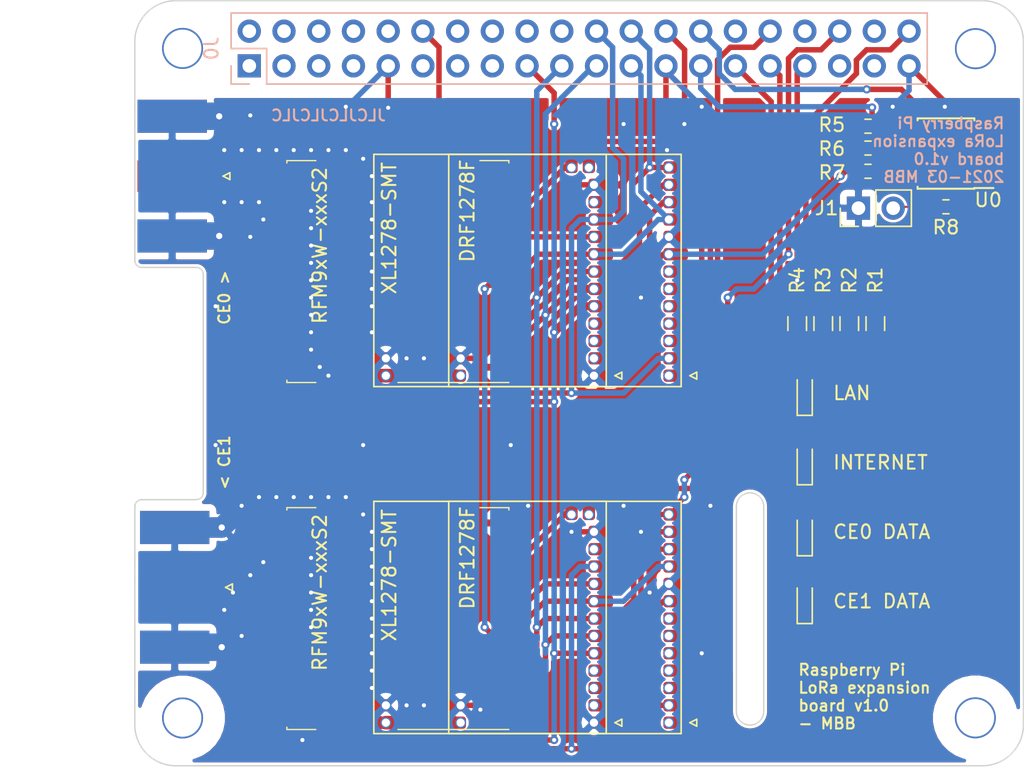
<source format=kicad_pcb>
(kicad_pcb (version 20171130) (host pcbnew "(5.1.9)-1")
  (layers (0 Front signal) (31 Back signal) (34 B.Paste user) (35 F.Paste user) (36 B.SilkS user) (37 F.SilkS user) (38 B.Mask user) (39 F.Mask user) (44 Edge.Cuts user))
  (net 0 "")
  (net 1 GND)
  (net 2 /ID_SD_EEPROM)
  (net 3 /ID_SC_EEPROM)
  (net 4 "Net-(J9-Pad2)")
  (net 5 0_DIO5)
  (net 6 VCC)
  (net 7 SCK)
  (net 8 MISO)
  (net 9 MOSI)
  (net 10 0_NSS)
  (net 11 1_DIO5)
  (net 12 1_NSS)
  (net 13 1_DIO0)
  (net 14 0_DIO0)
  (net 15 "Net-(D1-Pad2)")
  (net 16 "Net-(D2-Pad2)")
  (net 17 "Net-(D3-Pad2)")
  (net 18 1_DATA_LED)
  (net 19 0_DATA_LED)
  (net 20 INTERNET)
  (net 21 LAN)
  (net 22 "Net-(D4-Pad2)")
  (net 23 "Net-(U1a1-Pad1)")
  (net 24 "Net-(U1a1-Pad3)")
  (net 25 "Net-(U1a1-Pad4)")
  (net 26 "Net-(U1a1-Pad5)")
  (net 27 "Net-(U1a1-Pad6)")
  (net 28 0_ANT)
  (net 29 "Net-(U1b1-Pad13)")
  (net 30 "Net-(U1b1-Pad2)")
  (net 31 "Net-(U1b1-Pad3)")
  (net 32 "Net-(U1b1-Pad4)")
  (net 33 "Net-(U1b1-Pad11)")
  (net 34 1_ANT)
  (net 35 "Net-(U0a1-Pad6)")
  (net 36 "Net-(U0a1-Pad5)")
  (net 37 "Net-(U0a1-Pad4)")
  (net 38 "Net-(U0a1-Pad3)")
  (net 39 "Net-(U0a1-Pad1)")
  (net 40 "Net-(U0b1-Pad13)")
  (net 41 "Net-(U0b1-Pad2)")
  (net 42 "Net-(U0b1-Pad3)")
  (net 43 "Net-(U0b1-Pad4)")
  (net 44 "Net-(U0b1-Pad11)")
  (module Resistor_SMD:R_0603_1608Metric_Pad0.84x1.00mm_HandSolder (layer Front) (at 132.18 70.005)
    (fp_text reference R5 (at -2.65 -0.1) (layer F.SilkS))
    (fp_text value 3.9K)
    (pad 2 smd rect (at 0.9625 0) (size 0.845 1) (layers Front F.Paste F.Mask) (net 2 /ID_SD_EEPROM))
    (pad 1 smd rect (at -0.9625 0) (size 0.845 1) (layers Front F.Paste F.Mask) (net 6 VCC))
  )
  (module Resistor_SMD:R_0603_1608Metric_Pad0.84x1.00mm_HandSolder (layer Front) (at 137.88 75.905)
    (fp_text reference R8 (at 0 1.5) (layer F.SilkS))
    (fp_text value DNP)
    (pad 1 smd rect (at -0.9625 0) (size 0.845 1) (layers Front F.Paste F.Mask) (net 4 "Net-(J9-Pad2)"))
    (pad 2 smd rect (at 0.9625 0) (size 0.845 1) (layers Front F.Paste F.Mask) (net 1 GND))
  )
  (module Package_SOIC:SOIC-8_3.9x4.9mm_P1.27mm (layer Front) (at 137.88 72.005 180)
    (fp_text reference U0 (at -3.09 -3.4 180) (layer F.SilkS))
    (fp_text value CAT24C32)
    (pad 8 smd rect (at 2.7 -1.905 180) (size 1.55 0.6) (layers Front F.Paste F.Mask) (net 6 VCC))
    (pad 7 smd rect (at 2.7 -0.635 180) (size 1.55 0.6) (layers Front F.Paste F.Mask) (net 4 "Net-(J9-Pad2)"))
    (pad 6 smd rect (at 2.7 0.635 180) (size 1.55 0.6) (layers Front F.Paste F.Mask) (net 3 /ID_SC_EEPROM))
    (pad 5 smd rect (at 2.7 1.905 180) (size 1.55 0.6) (layers Front F.Paste F.Mask) (net 2 /ID_SD_EEPROM))
    (pad 4 smd rect (at -2.7 1.905 180) (size 1.55 0.6) (layers Front F.Paste F.Mask) (net 1 GND))
    (pad 3 smd rect (at -2.7 0.635 180) (size 1.55 0.6) (layers Front F.Paste F.Mask) (net 1 GND))
    (pad 2 smd rect (at -2.7 -0.635 180) (size 1.55 0.6) (layers Front F.Paste F.Mask) (net 1 GND))
    (pad 1 smd rect (at -2.7 -1.905 180) (size 1.55 0.6) (layers Front F.Paste F.Mask) (net 1 GND))
  )
  (module Connector_PinHeader_2.54mm:PinHeader_1x02_P2.54mm_Vertical (layer Front) (at 131.48 76.005 90)
    (fp_text reference J1 (at 0 -2.33 180) (layer F.SilkS))
    (fp_text value CONN_01X02)
    (pad 2 thru_hole oval (at 0 2.54 90) (size 1.7 1.7) (drill 1) (layers *.Cu *.Mask) (net 4 "Net-(J9-Pad2)"))
    (pad 1 thru_hole rect (at 0 0 90) (size 1.7 1.7) (drill 1) (layers *.Cu *.Mask) (net 1 GND))
  )
  (module Resistor_SMD:R_0603_1608Metric_Pad0.84x1.00mm_HandSolder (layer Front) (at 132.18 73.305)
    (fp_text reference R7 (at -2.64 0.1) (layer F.SilkS))
    (fp_text value 10K)
    (pad 2 smd rect (at 0.9625 0) (size 0.845 1) (layers Front F.Paste F.Mask) (net 4 "Net-(J9-Pad2)"))
    (pad 1 smd rect (at -0.9625 0) (size 0.845 1) (layers Front F.Paste F.Mask) (net 6 VCC))
  )
  (module Resistor_SMD:R_0603_1608Metric_Pad0.84x1.00mm_HandSolder (layer Front) (at 132.18 71.605)
    (fp_text reference R6 (at -2.65 0.05) (layer F.SilkS))
    (fp_text value 3.9K)
    (pad 1 smd rect (at -0.9625 0) (size 0.845 1) (layers Front F.Paste F.Mask) (net 6 VCC))
    (pad 2 smd rect (at 0.9625 0) (size 0.845 1) (layers Front F.Paste F.Mask) (net 3 /ID_SC_EEPROM))
  )
  (module "Misc RF:DRF1278F" (layer Front) (at 114.7 92.075 180)
    (fp_text reference U0a1 hide)
    (fp_text value DRF1278F (at 11.83 15.875 90) (layer F.SilkS))
    (pad 15 smd roundrect (at 12.827 3.81 180) (size 1.8 0.9) (layers Front F.Mask) (net 28 0_ANT))
    (pad 15 thru_hole circle (at 12.319 3.81 180) (size 0.8 0.8) (drill 0.6) (layers *.Cu *.Mask) (net 28 0_ANT))
    (pad 13 thru_hole circle (at -2.91 19.05 180) (size 0.8 0.8) (drill 0.6) (layers *.Cu *.Mask) (net 10 0_NSS))
    (pad 12 thru_hole circle (at -2.91 17.78 180) (size 0.8 0.8) (drill 0.6) (layers *.Cu *.Mask) (net 9 MOSI))
    (pad 11 thru_hole circle (at -2.91 16.51 180) (size 0.8 0.8) (drill 0.6) (layers *.Cu *.Mask) (net 8 MISO))
    (pad 10 thru_hole circle (at -2.91 15.24 180) (size 0.8 0.8) (drill 0.6) (layers *.Cu *.Mask) (net 7 SCK))
    (pad 9 thru_hole circle (at -2.91 13.97 180) (size 0.8 0.8) (drill 0.6) (layers *.Cu *.Mask) (net 1 GND))
    (pad 8 thru_hole circle (at -2.91 12.7 180) (size 0.8 0.8) (drill 0.6) (layers *.Cu *.Mask) (net 6 VCC))
    (pad 7 thru_hole circle (at -2.91 11.43 180) (size 0.8 0.8) (drill 0.6) (layers *.Cu *.Mask) (net 5 0_DIO5))
    (pad 6 thru_hole circle (at -2.91 10.16 180) (size 0.8 0.8) (drill 0.6) (layers *.Cu *.Mask) (net 35 "Net-(U0a1-Pad6)"))
    (pad 5 thru_hole circle (at -2.91 8.89 180) (size 0.8 0.8) (drill 0.6) (layers *.Cu *.Mask) (net 36 "Net-(U0a1-Pad5)"))
    (pad 4 thru_hole circle (at -2.91 7.62 180) (size 0.8 0.8) (drill 0.6) (layers *.Cu *.Mask) (net 37 "Net-(U0a1-Pad4)"))
    (pad 3 thru_hole circle (at -2.91 6.35 180) (size 0.8 0.8) (drill 0.6) (layers *.Cu *.Mask) (net 38 "Net-(U0a1-Pad3)"))
    (pad 2 thru_hole circle (at -2.91 5.08 180) (size 0.8 0.8) (drill 0.6) (layers *.Cu *.Mask) (net 14 0_DIO0))
    (pad 13 smd roundrect (at -3.41 19.05 180) (size 1.8 0.9) (layers Front F.Mask) (net 10 0_NSS))
    (pad 12 smd roundrect (at -3.41 17.78 180) (size 1.8 0.9) (layers Front F.Mask) (net 9 MOSI))
    (pad 11 smd roundrect (at -3.41 16.51 180) (size 1.8 0.9) (layers Front F.Mask) (net 8 MISO))
    (pad 10 smd roundrect (at -3.41 15.24 180) (size 1.8 0.9) (layers Front F.Mask) (net 7 SCK))
    (pad 9 smd roundrect (at -3.41 13.97 180) (size 1.8 0.9) (layers Front F.Mask) (net 1 GND))
    (pad 8 smd roundrect (at -3.41 12.7 180) (size 1.8 0.9) (layers Front F.Mask) (net 6 VCC))
    (pad 7 smd roundrect (at -3.41 11.43 180) (size 1.8 0.9) (layers Front F.Mask) (net 5 0_DIO5))
    (pad 6 smd roundrect (at -3.41 10.16 180) (size 1.8 0.9) (layers Front F.Mask) (net 35 "Net-(U0a1-Pad6)"))
    (pad 5 smd roundrect (at -3.41 8.89 180) (size 1.8 0.9) (layers Front F.Mask) (net 36 "Net-(U0a1-Pad5)"))
    (pad 4 smd roundrect (at -3.41 7.62 180) (size 1.8 0.9) (layers Front F.Mask) (net 37 "Net-(U0a1-Pad4)"))
    (pad 3 smd roundrect (at -3.41 6.35 180) (size 1.8 0.9) (layers Front F.Mask) (net 38 "Net-(U0a1-Pad3)"))
    (pad 2 smd roundrect (at -3.41 5.08 180) (size 1.8 0.9) (layers Front F.Mask) (net 14 0_DIO0))
    (pad 1 thru_hole circle (at -2.91 3.81 180) (size 0.8 0.8) (drill 0.6) (layers *.Cu *.Mask) (net 39 "Net-(U0a1-Pad1)"))
    (pad 1 smd roundrect (at -3.41 3.81 180) (size 1.8 0.9) (layers Front F.Mask) (net 39 "Net-(U0a1-Pad1)"))
    (pad 14 smd roundrect (at 12.827 5.08 180) (size 1.8 0.9) (layers Front F.Mask) (net 1 GND))
    (pad 14 thru_hole circle (at 12.319 5.08 180) (size 0.8 0.8) (drill 0.6) (layers *.Cu *.Mask) (net 1 GND))
  )
  (module RF_Modules:Hopref_RFM9XW_SMD (layer Front) (at 97.79 80.645 180)
    (fp_text reference U0c1 hide)
    (fp_text value RFM9xW-xxxS2 (at 5.715 1.905 270) (layer F.SilkS))
    (pad 16 smd rect (at 8 -7 180) (size 2 1) (layers Front F.Paste F.Mask))
    (pad 15 smd rect (at 8 -5 180) (size 2 1) (layers Front F.Paste F.Mask))
    (pad 14 smd rect (at 8 -3 180) (size 2 1) (layers Front F.Paste F.Mask) (net 14 0_DIO0))
    (pad 13 smd rect (at 8 -1 180) (size 2 1) (layers Front F.Paste F.Mask) (net 6 VCC))
    (pad 12 smd rect (at 8 1 180) (size 2 1) (layers Front F.Paste F.Mask))
    (pad 11 smd rect (at 8 3 180) (size 2 1) (layers Front F.Paste F.Mask))
    (pad 10 smd rect (at 8 5 180) (size 2 1) (layers Front F.Paste F.Mask) (net 1 GND))
    (pad 9 smd rect (at 8 7 180) (size 2 1) (layers Front F.Paste F.Mask) (net 28 0_ANT))
    (pad 8 smd rect (at -8 7 180) (size 2 1) (layers Front F.Paste F.Mask) (net 1 GND))
    (pad 7 smd rect (at -8 5 180) (size 2 1) (layers Front F.Paste F.Mask) (net 5 0_DIO5))
    (pad 6 smd rect (at -8 3 180) (size 2 1) (layers Front F.Paste F.Mask))
    (pad 5 smd rect (at -8 1 180) (size 2 1) (layers Front F.Paste F.Mask) (net 10 0_NSS))
    (pad 4 smd rect (at -8 -1 180) (size 2 1) (layers Front F.Paste F.Mask) (net 7 SCK))
    (pad 3 smd rect (at -8 -3 180) (size 2 1) (layers Front F.Paste F.Mask) (net 9 MOSI))
    (pad 2 smd rect (at -8 -5 180) (size 2 1) (layers Front F.Paste F.Mask) (net 8 MISO))
    (pad 1 smd rect (at -8 -7 180) (size 2 1) (layers Front F.Paste F.Mask) (net 1 GND))
  )
  (module "Misc RF:XL1278-SMT" (layer Front) (at 109.22 92.075 180)
    (fp_text reference U0b1 hide)
    (fp_text value XL1278-SMT (at 12.065 14.605 270) (layer F.SilkS))
    (pad 15 smd roundrect (at 12.808 5.08) (size 1.8 0.9) (layers Front F.Mask) (net 1 GND))
    (pad 15 thru_hole circle (at 12.308 5.08) (size 0.8 0.8) (drill 0.6) (layers *.Cu *.Mask) (net 1 GND))
    (pad 16 thru_hole circle (at 12.308 3.81) (size 0.8 0.8) (drill 0.6) (layers *.Cu *.Mask) (net 28 0_ANT))
    (pad 16 smd roundrect (at 12.808 3.81) (size 1.8 0.9) (layers Front F.Mask) (net 28 0_ANT))
    (pad 14 thru_hole circle (at -1.27 19.039 270) (size 0.8 0.8) (drill 0.6) (layers *.Cu *.Mask) (net 5 0_DIO5))
    (pad 14 smd roundrect (at -1.27 19.539 270) (size 1.8 0.9) (layers Front F.Mask) (net 5 0_DIO5))
    (pad 13 thru_hole circle (at -2.54 19.039 270) (size 0.8 0.8) (drill 0.6) (layers *.Cu *.Mask) (net 40 "Net-(U0b1-Pad13)"))
    (pad 13 smd roundrect (at -2.54 19.539 270) (size 1.8 0.9) (layers Front F.Mask) (net 40 "Net-(U0b1-Pad13)"))
    (pad 1 thru_hole circle (at -2.91 3.81 180) (size 0.8 0.8) (drill 0.6) (layers *.Cu *.Mask) (net 1 GND))
    (pad 1 smd roundrect (at -3.41 3.81 180) (size 1.8 0.9) (layers Front F.Mask) (net 1 GND))
    (pad 2 smd roundrect (at -3.41 5.08 180) (size 1.8 0.9) (layers Front F.Mask) (net 41 "Net-(U0b1-Pad2)"))
    (pad 3 smd roundrect (at -3.41 6.35 180) (size 1.8 0.9) (layers Front F.Mask) (net 42 "Net-(U0b1-Pad3)"))
    (pad 4 smd roundrect (at -3.41 7.62 180) (size 1.8 0.9) (layers Front F.Mask) (net 43 "Net-(U0b1-Pad4)"))
    (pad 5 smd roundrect (at -3.41 8.89 180) (size 1.8 0.9) (layers Front F.Mask) (net 6 VCC))
    (pad 6 smd roundrect (at -3.41 10.16 180) (size 1.8 0.9) (layers Front F.Mask) (net 8 MISO))
    (pad 7 smd roundrect (at -3.41 11.43 180) (size 1.8 0.9) (layers Front F.Mask) (net 9 MOSI))
    (pad 8 smd roundrect (at -3.41 12.7 180) (size 1.8 0.9) (layers Front F.Mask) (net 7 SCK))
    (pad 9 smd roundrect (at -3.41 13.97 180) (size 1.8 0.9) (layers Front F.Mask) (net 10 0_NSS))
    (pad 10 smd roundrect (at -3.41 15.24 180) (size 1.8 0.9) (layers Front F.Mask) (net 14 0_DIO0))
    (pad 11 smd roundrect (at -3.41 16.51 180) (size 1.8 0.9) (layers Front F.Mask) (net 44 "Net-(U0b1-Pad11)"))
    (pad 12 smd roundrect (at -3.41 17.78 180) (size 1.8 0.9) (layers Front F.Mask) (net 1 GND))
    (pad 2 thru_hole circle (at -2.91 5.08 180) (size 0.8 0.8) (drill 0.6) (layers *.Cu *.Mask) (net 41 "Net-(U0b1-Pad2)"))
    (pad 3 thru_hole circle (at -2.91 6.35 180) (size 0.8 0.8) (drill 0.6) (layers *.Cu *.Mask) (net 42 "Net-(U0b1-Pad3)"))
    (pad 4 thru_hole circle (at -2.91 7.62 180) (size 0.8 0.8) (drill 0.6) (layers *.Cu *.Mask) (net 43 "Net-(U0b1-Pad4)"))
    (pad 5 thru_hole circle (at -2.91 8.89 180) (size 0.8 0.8) (drill 0.6) (layers *.Cu *.Mask) (net 6 VCC))
    (pad 6 thru_hole circle (at -2.91 10.16 180) (size 0.8 0.8) (drill 0.6) (layers *.Cu *.Mask) (net 8 MISO))
    (pad 7 thru_hole circle (at -2.91 11.43 180) (size 0.8 0.8) (drill 0.6) (layers *.Cu *.Mask) (net 9 MOSI))
    (pad 8 thru_hole circle (at -2.91 12.7 180) (size 0.8 0.8) (drill 0.6) (layers *.Cu *.Mask) (net 7 SCK))
    (pad 9 thru_hole circle (at -2.91 13.97 180) (size 0.8 0.8) (drill 0.6) (layers *.Cu *.Mask) (net 10 0_NSS))
    (pad 10 thru_hole circle (at -2.91 15.24 180) (size 0.8 0.8) (drill 0.6) (layers *.Cu *.Mask) (net 14 0_DIO0))
    (pad 11 thru_hole circle (at -2.91 16.51 180) (size 0.8 0.8) (drill 0.6) (layers *.Cu *.Mask) (net 44 "Net-(U0b1-Pad11)"))
    (pad 12 thru_hole circle (at -2.91 17.78 180) (size 0.8 0.8) (drill 0.6) (layers *.Cu *.Mask) (net 1 GND))
  )
  (module RF_Modules:Hopref_RFM9XW_SMD (layer Front) (at 97.79 106.045 180)
    (fp_text reference U1c1 hide)
    (fp_text value RFM9xW-xxxS2 (at 5.715 1.905 270) (layer F.SilkS))
    (pad 1 smd rect (at -8 -7 180) (size 2 1) (layers Front F.Paste F.Mask) (net 1 GND))
    (pad 2 smd rect (at -8 -5 180) (size 2 1) (layers Front F.Paste F.Mask) (net 8 MISO))
    (pad 3 smd rect (at -8 -3 180) (size 2 1) (layers Front F.Paste F.Mask) (net 9 MOSI))
    (pad 4 smd rect (at -8 -1 180) (size 2 1) (layers Front F.Paste F.Mask) (net 7 SCK))
    (pad 5 smd rect (at -8 1 180) (size 2 1) (layers Front F.Paste F.Mask) (net 12 1_NSS))
    (pad 6 smd rect (at -8 3 180) (size 2 1) (layers Front F.Paste F.Mask))
    (pad 7 smd rect (at -8 5 180) (size 2 1) (layers Front F.Paste F.Mask) (net 11 1_DIO5))
    (pad 8 smd rect (at -8 7 180) (size 2 1) (layers Front F.Paste F.Mask) (net 1 GND))
    (pad 9 smd rect (at 8 7 180) (size 2 1) (layers Front F.Paste F.Mask) (net 34 1_ANT))
    (pad 10 smd rect (at 8 5 180) (size 2 1) (layers Front F.Paste F.Mask) (net 1 GND))
    (pad 11 smd rect (at 8 3 180) (size 2 1) (layers Front F.Paste F.Mask))
    (pad 12 smd rect (at 8 1 180) (size 2 1) (layers Front F.Paste F.Mask))
    (pad 13 smd rect (at 8 -1 180) (size 2 1) (layers Front F.Paste F.Mask) (net 6 VCC))
    (pad 14 smd rect (at 8 -3 180) (size 2 1) (layers Front F.Paste F.Mask) (net 13 1_DIO0))
    (pad 15 smd rect (at 8 -5 180) (size 2 1) (layers Front F.Paste F.Mask))
    (pad 16 smd rect (at 8 -7 180) (size 2 1) (layers Front F.Paste F.Mask))
  )
  (module Resistors_SMD:R_0603_HandSoldering (layer Front) (at 127 84.455 270)
    (fp_text reference R4 (at -3.175 0 270) (layer F.SilkS))
    (fp_text value 330)
    (pad 1 smd rect (at -1.1 0 270) (size 1.2 0.9) (layers Front F.Paste F.Mask) (net 21 LAN))
    (pad 2 smd rect (at 1.1 0 270) (size 1.2 0.9) (layers Front F.Paste F.Mask) (net 22 "Net-(D4-Pad2)"))
  )
  (module Resistors_SMD:R_0603_HandSoldering (layer Front) (at 128.905 84.455 270)
    (fp_text reference R3 (at -3.175 0 270) (layer F.SilkS))
    (fp_text value 330)
    (pad 1 smd rect (at -1.1 0 270) (size 1.2 0.9) (layers Front F.Paste F.Mask) (net 20 INTERNET))
    (pad 2 smd rect (at 1.1 0 270) (size 1.2 0.9) (layers Front F.Paste F.Mask) (net 17 "Net-(D3-Pad2)"))
  )
  (module Resistors_SMD:R_0603_HandSoldering (layer Front) (at 130.81 84.455 270)
    (fp_text reference R2 (at -3.175 0 270) (layer F.SilkS))
    (fp_text value 330)
    (pad 1 smd rect (at -1.1 0 270) (size 1.2 0.9) (layers Front F.Paste F.Mask) (net 19 0_DATA_LED))
    (pad 2 smd rect (at 1.1 0 270) (size 1.2 0.9) (layers Front F.Paste F.Mask) (net 16 "Net-(D2-Pad2)"))
  )
  (module Resistors_SMD:R_0603_HandSoldering (layer Front) (at 132.715 84.455 270)
    (fp_text reference R1 (at -3.175 0 270) (layer F.SilkS))
    (fp_text value 330)
    (pad 1 smd rect (at -1.1 0 270) (size 1.2 0.9) (layers Front F.Paste F.Mask) (net 18 1_DATA_LED))
    (pad 2 smd rect (at 1.1 0 270) (size 1.2 0.9) (layers Front F.Paste F.Mask) (net 15 "Net-(D1-Pad2)"))
  )
  (module Connector_Coaxial:SMA_Molex_73251-1153_EdgeMount_Horizontal (layer Front) (at 83 73.66)
    (fp_text reference J2 hide)
    (fp_text value Conn_Coaxial)
    (pad 2 smd rect (at 1.27 4.38) (size 0.95 0.46) (layers Back) (net 1 GND))
    (pad 2 smd rect (at 1.27 -4.38) (size 0.95 0.46) (layers Back) (net 1 GND))
    (pad 2 smd rect (at 1.27 4.38) (size 0.95 0.46) (layers Front) (net 1 GND))
    (pad 2 smd rect (at 1.27 -4.38) (size 0.95 0.46) (layers Front) (net 1 GND))
    (pad 2 thru_hole circle (at 1.72 4.38) (size 0.97 0.97) (drill 0.46) (layers *.Cu) (net 1 GND))
    (pad 2 thru_hole circle (at 1.72 -4.38) (size 0.97 0.97) (drill 0.46) (layers *.Cu) (net 1 GND))
    (pad 2 smd rect (at -1.72 4.38) (size 5.08 2.42) (layers Back B.Paste B.Mask) (net 1 GND))
    (pad 2 smd rect (at -1.72 -4.38) (size 5.08 2.42) (layers Back B.Paste B.Mask) (net 1 GND))
    (pad 2 smd rect (at -1.72 4.38) (size 5.08 2.42) (layers Front F.Paste F.Mask) (net 1 GND))
    (pad 2 smd rect (at -1.72 -4.38) (size 5.08 2.42) (layers Front F.Paste F.Mask) (net 1 GND))
    (pad 1 smd rect (at -1.72 0) (size 5.08 2.29) (layers Front F.Paste F.Mask) (net 28 0_ANT))
  )
  (module Connector_Coaxial:SMA_Molex_73251-1153_EdgeMount_Horizontal (layer Front) (at 83.185 103.759)
    (fp_text reference J3 hide)
    (fp_text value Conn_Coaxial)
    (pad 1 smd rect (at -1.72 0) (size 5.08 2.29) (layers Front F.Paste F.Mask) (net 34 1_ANT))
    (pad 2 smd rect (at -1.72 -4.38) (size 5.08 2.42) (layers Front F.Paste F.Mask) (net 1 GND))
    (pad 2 smd rect (at -1.72 4.38) (size 5.08 2.42) (layers Front F.Paste F.Mask) (net 1 GND))
    (pad 2 smd rect (at -1.72 -4.38) (size 5.08 2.42) (layers Back B.Paste B.Mask) (net 1 GND))
    (pad 2 smd rect (at -1.72 4.38) (size 5.08 2.42) (layers Back B.Paste B.Mask) (net 1 GND))
    (pad 2 thru_hole circle (at 1.72 -4.38) (size 0.97 0.97) (drill 0.46) (layers *.Cu) (net 1 GND))
    (pad 2 thru_hole circle (at 1.72 4.38) (size 0.97 0.97) (drill 0.46) (layers *.Cu) (net 1 GND))
    (pad 2 smd rect (at 1.27 -4.38) (size 0.95 0.46) (layers Front) (net 1 GND))
    (pad 2 smd rect (at 1.27 4.38) (size 0.95 0.46) (layers Front) (net 1 GND))
    (pad 2 smd rect (at 1.27 -4.38) (size 0.95 0.46) (layers Back) (net 1 GND))
    (pad 2 smd rect (at 1.27 4.38) (size 0.95 0.46) (layers Back) (net 1 GND))
  )
  (module LEDs:LED_0603_HandSoldering (layer Front) (at 127.55 89.37 90)
    (fp_text reference D4 hide)
    (fp_text value LED)
    (pad 1 smd rect (at -1.1 0 90) (size 1.2 0.9) (layers Front F.Paste F.Mask) (net 1 GND))
    (pad 2 smd rect (at 1.1 0 90) (size 1.2 0.9) (layers Front F.Paste F.Mask) (net 22 "Net-(D4-Pad2)"))
  )
  (module LEDs:LED_0603_HandSoldering (layer Front) (at 127.55 94.45 90)
    (fp_text reference D3 hide)
    (fp_text value LED)
    (pad 1 smd rect (at -1.1 0 90) (size 1.2 0.9) (layers Front F.Paste F.Mask) (net 1 GND))
    (pad 2 smd rect (at 1.1 0 90) (size 1.2 0.9) (layers Front F.Paste F.Mask) (net 17 "Net-(D3-Pad2)"))
  )
  (module LEDs:LED_0603_HandSoldering (layer Front) (at 127.55 99.65 90)
    (fp_text reference D2 hide)
    (fp_text value LED)
    (pad 1 smd rect (at -1.1 0 90) (size 1.2 0.9) (layers Front F.Paste F.Mask) (net 1 GND))
    (pad 2 smd rect (at 1.1 0 90) (size 1.2 0.9) (layers Front F.Paste F.Mask) (net 16 "Net-(D2-Pad2)"))
  )
  (module LEDs:LED_0603_HandSoldering (layer Front) (at 127.55 104.61 90)
    (fp_text reference D1 hide)
    (fp_text value LED)
    (pad 1 smd rect (at -1.1 0 90) (size 1.2 0.9) (layers Front F.Paste F.Mask) (net 1 GND))
    (pad 2 smd rect (at 1.1 0 90) (size 1.2 0.9) (layers Front F.Paste F.Mask) (net 15 "Net-(D1-Pad2)"))
  )
  (module "Misc RF:XL1278-SMT" (layer Front) (at 109.22 117.475 180)
    (fp_text reference U1b1 hide)
    (fp_text value XL1278-SMT (at 12.065 14.605 270) (layer F.SilkS))
    (pad 12 thru_hole circle (at -2.91 17.78 180) (size 0.8 0.8) (drill 0.6) (layers *.Cu *.Mask) (net 1 GND))
    (pad 11 thru_hole circle (at -2.91 16.51 180) (size 0.8 0.8) (drill 0.6) (layers *.Cu *.Mask) (net 33 "Net-(U1b1-Pad11)"))
    (pad 10 thru_hole circle (at -2.91 15.24 180) (size 0.8 0.8) (drill 0.6) (layers *.Cu *.Mask) (net 13 1_DIO0))
    (pad 9 thru_hole circle (at -2.91 13.97 180) (size 0.8 0.8) (drill 0.6) (layers *.Cu *.Mask) (net 12 1_NSS))
    (pad 8 thru_hole circle (at -2.91 12.7 180) (size 0.8 0.8) (drill 0.6) (layers *.Cu *.Mask) (net 7 SCK))
    (pad 7 thru_hole circle (at -2.91 11.43 180) (size 0.8 0.8) (drill 0.6) (layers *.Cu *.Mask) (net 9 MOSI))
    (pad 6 thru_hole circle (at -2.91 10.16 180) (size 0.8 0.8) (drill 0.6) (layers *.Cu *.Mask) (net 8 MISO))
    (pad 5 thru_hole circle (at -2.91 8.89 180) (size 0.8 0.8) (drill 0.6) (layers *.Cu *.Mask) (net 6 VCC))
    (pad 4 thru_hole circle (at -2.91 7.62 180) (size 0.8 0.8) (drill 0.6) (layers *.Cu *.Mask) (net 32 "Net-(U1b1-Pad4)"))
    (pad 3 thru_hole circle (at -2.91 6.35 180) (size 0.8 0.8) (drill 0.6) (layers *.Cu *.Mask) (net 31 "Net-(U1b1-Pad3)"))
    (pad 2 thru_hole circle (at -2.91 5.08 180) (size 0.8 0.8) (drill 0.6) (layers *.Cu *.Mask) (net 30 "Net-(U1b1-Pad2)"))
    (pad 12 smd roundrect (at -3.41 17.78 180) (size 1.8 0.9) (layers Front F.Mask) (net 1 GND))
    (pad 11 smd roundrect (at -3.41 16.51 180) (size 1.8 0.9) (layers Front F.Mask) (net 33 "Net-(U1b1-Pad11)"))
    (pad 10 smd roundrect (at -3.41 15.24 180) (size 1.8 0.9) (layers Front F.Mask) (net 13 1_DIO0))
    (pad 9 smd roundrect (at -3.41 13.97 180) (size 1.8 0.9) (layers Front F.Mask) (net 12 1_NSS))
    (pad 8 smd roundrect (at -3.41 12.7 180) (size 1.8 0.9) (layers Front F.Mask) (net 7 SCK))
    (pad 7 smd roundrect (at -3.41 11.43 180) (size 1.8 0.9) (layers Front F.Mask) (net 9 MOSI))
    (pad 6 smd roundrect (at -3.41 10.16 180) (size 1.8 0.9) (layers Front F.Mask) (net 8 MISO))
    (pad 5 smd roundrect (at -3.41 8.89 180) (size 1.8 0.9) (layers Front F.Mask) (net 6 VCC))
    (pad 4 smd roundrect (at -3.41 7.62 180) (size 1.8 0.9) (layers Front F.Mask) (net 32 "Net-(U1b1-Pad4)"))
    (pad 3 smd roundrect (at -3.41 6.35 180) (size 1.8 0.9) (layers Front F.Mask) (net 31 "Net-(U1b1-Pad3)"))
    (pad 2 smd roundrect (at -3.41 5.08 180) (size 1.8 0.9) (layers Front F.Mask) (net 30 "Net-(U1b1-Pad2)"))
    (pad 1 smd roundrect (at -3.41 3.81 180) (size 1.8 0.9) (layers Front F.Mask) (net 1 GND))
    (pad 1 thru_hole circle (at -2.91 3.81 180) (size 0.8 0.8) (drill 0.6) (layers *.Cu *.Mask) (net 1 GND))
    (pad 13 smd roundrect (at -2.54 19.539 270) (size 1.8 0.9) (layers Front F.Mask) (net 29 "Net-(U1b1-Pad13)"))
    (pad 13 thru_hole circle (at -2.54 19.039 270) (size 0.8 0.8) (drill 0.6) (layers *.Cu *.Mask) (net 29 "Net-(U1b1-Pad13)"))
    (pad 14 smd roundrect (at -1.27 19.539 270) (size 1.8 0.9) (layers Front F.Mask) (net 11 1_DIO5))
    (pad 14 thru_hole circle (at -1.27 19.039 270) (size 0.8 0.8) (drill 0.6) (layers *.Cu *.Mask) (net 11 1_DIO5))
    (pad 16 smd roundrect (at 12.808 3.81) (size 1.8 0.9) (layers Front F.Mask) (net 34 1_ANT))
    (pad 16 thru_hole circle (at 12.308 3.81) (size 0.8 0.8) (drill 0.6) (layers *.Cu *.Mask) (net 34 1_ANT))
    (pad 15 thru_hole circle (at 12.308 5.08) (size 0.8 0.8) (drill 0.6) (layers *.Cu *.Mask) (net 1 GND))
    (pad 15 smd roundrect (at 12.808 5.08) (size 1.8 0.9) (layers Front F.Mask) (net 1 GND))
  )
  (module "Misc RF:DRF1278F" (layer Front) (at 114.7 117.475 180)
    (fp_text reference U1a1 hide)
    (fp_text value DRF1278F (at 11.83 15.875 90) (layer F.SilkS))
    (pad 14 thru_hole circle (at 12.319 5.08 180) (size 0.8 0.8) (drill 0.6) (layers *.Cu *.Mask) (net 1 GND))
    (pad 14 smd roundrect (at 12.827 5.08 180) (size 1.8 0.9) (layers Front F.Mask) (net 1 GND))
    (pad 1 smd roundrect (at -3.41 3.81 180) (size 1.8 0.9) (layers Front F.Mask) (net 23 "Net-(U1a1-Pad1)"))
    (pad 1 thru_hole circle (at -2.91 3.81 180) (size 0.8 0.8) (drill 0.6) (layers *.Cu *.Mask) (net 23 "Net-(U1a1-Pad1)"))
    (pad 2 smd roundrect (at -3.41 5.08 180) (size 1.8 0.9) (layers Front F.Mask) (net 13 1_DIO0))
    (pad 3 smd roundrect (at -3.41 6.35 180) (size 1.8 0.9) (layers Front F.Mask) (net 24 "Net-(U1a1-Pad3)"))
    (pad 4 smd roundrect (at -3.41 7.62 180) (size 1.8 0.9) (layers Front F.Mask) (net 25 "Net-(U1a1-Pad4)"))
    (pad 5 smd roundrect (at -3.41 8.89 180) (size 1.8 0.9) (layers Front F.Mask) (net 26 "Net-(U1a1-Pad5)"))
    (pad 6 smd roundrect (at -3.41 10.16 180) (size 1.8 0.9) (layers Front F.Mask) (net 27 "Net-(U1a1-Pad6)"))
    (pad 7 smd roundrect (at -3.41 11.43 180) (size 1.8 0.9) (layers Front F.Mask) (net 11 1_DIO5))
    (pad 8 smd roundrect (at -3.41 12.7 180) (size 1.8 0.9) (layers Front F.Mask) (net 6 VCC))
    (pad 9 smd roundrect (at -3.41 13.97 180) (size 1.8 0.9) (layers Front F.Mask) (net 1 GND))
    (pad 10 smd roundrect (at -3.41 15.24 180) (size 1.8 0.9) (layers Front F.Mask) (net 7 SCK))
    (pad 11 smd roundrect (at -3.41 16.51 180) (size 1.8 0.9) (layers Front F.Mask) (net 8 MISO))
    (pad 12 smd roundrect (at -3.41 17.78 180) (size 1.8 0.9) (layers Front F.Mask) (net 9 MOSI))
    (pad 13 smd roundrect (at -3.41 19.05 180) (size 1.8 0.9) (layers Front F.Mask) (net 12 1_NSS))
    (pad 2 thru_hole circle (at -2.91 5.08 180) (size 0.8 0.8) (drill 0.6) (layers *.Cu *.Mask) (net 13 1_DIO0))
    (pad 3 thru_hole circle (at -2.91 6.35 180) (size 0.8 0.8) (drill 0.6) (layers *.Cu *.Mask) (net 24 "Net-(U1a1-Pad3)"))
    (pad 4 thru_hole circle (at -2.91 7.62 180) (size 0.8 0.8) (drill 0.6) (layers *.Cu *.Mask) (net 25 "Net-(U1a1-Pad4)"))
    (pad 5 thru_hole circle (at -2.91 8.89 180) (size 0.8 0.8) (drill 0.6) (layers *.Cu *.Mask) (net 26 "Net-(U1a1-Pad5)"))
    (pad 6 thru_hole circle (at -2.91 10.16 180) (size 0.8 0.8) (drill 0.6) (layers *.Cu *.Mask) (net 27 "Net-(U1a1-Pad6)"))
    (pad 7 thru_hole circle (at -2.91 11.43 180) (size 0.8 0.8) (drill 0.6) (layers *.Cu *.Mask) (net 11 1_DIO5))
    (pad 8 thru_hole circle (at -2.91 12.7 180) (size 0.8 0.8) (drill 0.6) (layers *.Cu *.Mask) (net 6 VCC))
    (pad 9 thru_hole circle (at -2.91 13.97 180) (size 0.8 0.8) (drill 0.6) (layers *.Cu *.Mask) (net 1 GND))
    (pad 10 thru_hole circle (at -2.91 15.24 180) (size 0.8 0.8) (drill 0.6) (layers *.Cu *.Mask) (net 7 SCK))
    (pad 11 thru_hole circle (at -2.91 16.51 180) (size 0.8 0.8) (drill 0.6) (layers *.Cu *.Mask) (net 8 MISO))
    (pad 12 thru_hole circle (at -2.91 17.78 180) (size 0.8 0.8) (drill 0.6) (layers *.Cu *.Mask) (net 9 MOSI))
    (pad 13 thru_hole circle (at -2.91 19.05 180) (size 0.8 0.8) (drill 0.6) (layers *.Cu *.Mask) (net 12 1_NSS))
    (pad 15 thru_hole circle (at 12.319 3.81 180) (size 0.8 0.8) (drill 0.6) (layers *.Cu *.Mask) (net 34 1_ANT))
    (pad 15 smd roundrect (at 12.827 3.81 180) (size 1.8 0.9) (layers Front F.Mask) (net 34 1_ANT))
  )
  (module Connector_PinSocket_2.54mm:PinSocket_2x20_P2.54mm_Vertical (layer Back) (at 86.92 65.59 270)
    (fp_text reference J0 (at -1.27 2.77 270) (layer B.SilkS) (effects (justify mirror)))
    (fp_text value Raspberry_Pi_2_3_40HAT)
    (pad 1 thru_hole rect (at 0 0 270) (size 1.7 1.7) (drill 1) (layers *.Cu *.Mask))
    (pad 2 thru_hole oval (at -2.54 0 270) (size 1.7 1.7) (drill 1) (layers *.Cu *.Mask))
    (pad 3 thru_hole oval (at 0 -2.54 270) (size 1.7 1.7) (drill 1) (layers *.Cu *.Mask))
    (pad 4 thru_hole oval (at -2.54 -2.54 270) (size 1.7 1.7) (drill 1) (layers *.Cu *.Mask))
    (pad 5 thru_hole oval (at 0 -5.08 270) (size 1.7 1.7) (drill 1) (layers *.Cu *.Mask))
    (pad 6 thru_hole oval (at -2.54 -5.08 270) (size 1.7 1.7) (drill 1) (layers *.Cu *.Mask))
    (pad 7 thru_hole oval (at 0 -7.62 270) (size 1.7 1.7) (drill 1) (layers *.Cu *.Mask))
    (pad 8 thru_hole oval (at -2.54 -7.62 270) (size 1.7 1.7) (drill 1) (layers *.Cu *.Mask))
    (pad 9 thru_hole oval (at 0 -10.16 270) (size 1.7 1.7) (drill 1) (layers *.Cu *.Mask) (net 1 GND))
    (pad 10 thru_hole oval (at -2.54 -10.16 270) (size 1.7 1.7) (drill 1) (layers *.Cu *.Mask))
    (pad 11 thru_hole oval (at 0 -12.7 270) (size 1.7 1.7) (drill 1) (layers *.Cu *.Mask))
    (pad 12 thru_hole oval (at -2.54 -12.7 270) (size 1.7 1.7) (drill 1) (layers *.Cu *.Mask) (net 5 0_DIO5))
    (pad 13 thru_hole oval (at 0 -15.24 270) (size 1.7 1.7) (drill 1) (layers *.Cu *.Mask))
    (pad 14 thru_hole oval (at -2.54 -15.24 270) (size 1.7 1.7) (drill 1) (layers *.Cu *.Mask))
    (pad 15 thru_hole oval (at 0 -17.78 270) (size 1.7 1.7) (drill 1) (layers *.Cu *.Mask))
    (pad 16 thru_hole oval (at -2.54 -17.78 270) (size 1.7 1.7) (drill 1) (layers *.Cu *.Mask))
    (pad 17 thru_hole oval (at 0 -20.32 270) (size 1.7 1.7) (drill 1) (layers *.Cu *.Mask) (net 6 VCC))
    (pad 18 thru_hole oval (at -2.54 -20.32 270) (size 1.7 1.7) (drill 1) (layers *.Cu *.Mask))
    (pad 19 thru_hole oval (at 0 -22.86 270) (size 1.7 1.7) (drill 1) (layers *.Cu *.Mask) (net 9 MOSI))
    (pad 20 thru_hole oval (at -2.54 -22.86 270) (size 1.7 1.7) (drill 1) (layers *.Cu *.Mask))
    (pad 21 thru_hole oval (at 0 -25.4 270) (size 1.7 1.7) (drill 1) (layers *.Cu *.Mask) (net 8 MISO))
    (pad 22 thru_hole oval (at -2.54 -25.4 270) (size 1.7 1.7) (drill 1) (layers *.Cu *.Mask) (net 14 0_DIO0))
    (pad 23 thru_hole oval (at 0 -27.94 270) (size 1.7 1.7) (drill 1) (layers *.Cu *.Mask) (net 7 SCK))
    (pad 24 thru_hole oval (at -2.54 -27.94 270) (size 1.7 1.7) (drill 1) (layers *.Cu *.Mask) (net 10 0_NSS))
    (pad 25 thru_hole oval (at 0 -30.48 270) (size 1.7 1.7) (drill 1) (layers *.Cu *.Mask) (net 1 GND))
    (pad 26 thru_hole oval (at -2.54 -30.48 270) (size 1.7 1.7) (drill 1) (layers *.Cu *.Mask) (net 12 1_NSS))
    (pad 27 thru_hole oval (at 0 -33.02 270) (size 1.7 1.7) (drill 1) (layers *.Cu *.Mask) (net 2 /ID_SD_EEPROM))
    (pad 28 thru_hole oval (at -2.54 -33.02 270) (size 1.7 1.7) (drill 1) (layers *.Cu *.Mask) (net 3 /ID_SC_EEPROM))
    (pad 29 thru_hole oval (at 0 -35.56 270) (size 1.7 1.7) (drill 1) (layers *.Cu *.Mask) (net 19 0_DATA_LED))
    (pad 30 thru_hole oval (at -2.54 -35.56 270) (size 1.7 1.7) (drill 1) (layers *.Cu *.Mask))
    (pad 31 thru_hole oval (at 0 -38.1 270) (size 1.7 1.7) (drill 1) (layers *.Cu *.Mask) (net 21 LAN))
    (pad 32 thru_hole oval (at -2.54 -38.1 270) (size 1.7 1.7) (drill 1) (layers *.Cu *.Mask) (net 11 1_DIO5))
    (pad 33 thru_hole oval (at 0 -40.64 270) (size 1.7 1.7) (drill 1) (layers *.Cu *.Mask) (net 20 INTERNET))
    (pad 34 thru_hole oval (at -2.54 -40.64 270) (size 1.7 1.7) (drill 1) (layers *.Cu *.Mask))
    (pad 35 thru_hole oval (at 0 -43.18 270) (size 1.7 1.7) (drill 1) (layers *.Cu *.Mask))
    (pad 36 thru_hole oval (at -2.54 -43.18 270) (size 1.7 1.7) (drill 1) (layers *.Cu *.Mask) (net 13 1_DIO0))
    (pad 37 thru_hole oval (at 0 -45.72 270) (size 1.7 1.7) (drill 1) (layers *.Cu *.Mask))
    (pad 38 thru_hole oval (at -2.54 -45.72 270) (size 1.7 1.7) (drill 1) (layers *.Cu *.Mask))
    (pad 39 thru_hole oval (at 0 -48.26 270) (size 1.7 1.7) (drill 1) (layers *.Cu *.Mask) (net 1 GND))
    (pad 40 thru_hole oval (at -2.54 -48.26 270) (size 1.7 1.7) (drill 1) (layers *.Cu *.Mask) (net 18 1_DATA_LED))
  )
  (module project_footprints:NPTH_3mm_ID (layer Front) (at 82.04 64.31)
    (fp_text reference H1 (at 0.06 0.09) (layer F.SilkS))
    (fp_text value 3mm_Mounting_Hole hide)
    (pad "" np_thru_hole circle (at 0 0) (size 3 3) (drill 2.75) (layers *.Cu *.Mask) (clearance 1.6))
  )
  (module project_footprints:NPTH_3mm_ID (layer Front) (at 140.04 64.33)
    (fp_text reference H2 (at 0.06 0.09) (layer F.SilkS))
    (fp_text value 3mm_Mounting_Hole hide)
    (pad "" np_thru_hole circle (at 0 0) (size 3 3) (drill 2.75) (layers *.Cu *.Mask) (clearance 1.6))
  )
  (module project_footprints:NPTH_3mm_ID (layer Front) (at 82.04 113.32)
    (fp_text reference H3 (at 0.06 0.09) (layer F.SilkS))
    (fp_text value 3mm_Mounting_Hole hide)
    (pad "" np_thru_hole circle (at 0 0) (size 3 3) (drill 2.75) (layers *.Cu *.Mask) (clearance 1.6))
  )
  (module project_footprints:NPTH_3mm_ID (layer Front) (at 140.03 113.31)
    (fp_text reference H4 (at 0.06 0.09) (layer F.SilkS))
    (fp_text value 3mm_Mounting_Hole hide)
    (pad "" np_thru_hole circle (at 0 0) (size 3 3) (drill 2.75) (layers *.Cu *.Mask) (clearance 1.6))
  )
  (gr_text "CE1 DATA" (at 129.54 104.775) (layer F.SilkS) (effects (font (size 1 1)) (justify left)))
  (gr_text "CE0 DATA" (at 129.54 99.695) (layer F.SilkS) (effects (font (size 1 1)) (justify left)))
  (gr_text INTERNET (at 129.54 94.615) (layer F.SilkS) (effects (font (size 1 1)) (justify left)))
  (gr_text LAN (at 129.54 89.535) (layer F.SilkS) (effects (font (size 1 1)) (justify left)))
  (gr_text "Raspberry Pi\nLoRa expansion\nboard v1.0\n2021-03 MBB" (at 142.24 71.755) (layer B.SilkS) (effects (font (size 0.8128 0.8128) (thickness 0.1524)) (justify left mirror)))
  (gr_text JLCJLCJLCJLC (at 92.71 69.215) (layer B.SilkS) (effects (font (size 0.8128 0.8128) (thickness 0.1524)) (justify mirror)))
  (gr_text "< CE1" (at 85.09 94.615 90) (layer F.SilkS) (effects (font (size 0.8128 0.8128) (thickness 0.1524))))
  (gr_text "CE0 >" (at 85.09 82.55 90) (layer F.SilkS) (effects (font (size 0.8128 0.8128) (thickness 0.1524))))
  (gr_text "Raspberry Pi\nLoRa expansion\nboard v1.0\n- MBB" (at 127 111.76) (layer F.SilkS) (effects (font (size 0.8128 0.8128) (thickness 0.1524)) (justify left)))
  (gr_line (start 78.546356 63.817611) (end 78.5495 79.84) (layer Edge.Cuts) (width 0.1))
  (gr_arc (start 123.5495 97.84) (end 122.5495 97.84) (angle 180) (layer Edge.Cuts) (width 0.1))
  (gr_line (start 83.0495 97.34) (end 79.0495 97.34) (layer Edge.Cuts) (width 0.1))
  (gr_line (start 79.0495 80.34) (end 83.0495 80.34) (layer Edge.Cuts) (width 0.1))
  (gr_line (start 83.5495 80.84) (end 83.5495 96.84) (layer Edge.Cuts) (width 0.1))
  (gr_arc (start 79.0495 79.84) (end 79.0495 80.34) (angle 90) (layer Edge.Cuts) (width 0.1))
  (gr_line (start 122.5495 112.84) (end 122.5495 97.84) (layer Edge.Cuts) (width 0.1))
  (gr_line (start 124.5495 97.84) (end 124.5495 112.84) (layer Edge.Cuts) (width 0.1))
  (gr_arc (start 79.0495 97.84) (end 78.5495 97.84) (angle 89.9) (layer Edge.Cuts) (width 0.1))
  (gr_arc (start 83.0495 96.84) (end 83.5495 96.84) (angle 90) (layer Edge.Cuts) (width 0.1))
  (gr_arc (start 83.0495 80.84) (end 83.0495 80.34) (angle 90) (layer Edge.Cuts) (width 0.1))
  (gr_arc (start 123.5495 112.84) (end 124.5495 112.84) (angle 180) (layer Edge.Cuts) (width 0.1))
  (gr_line (start 78.5495 97.84) (end 78.546356 113.817611) (layer Edge.Cuts) (width 0.1))
  (gr_arc (start 81.546356 63.817611) (end 81.546356 60.817611) (angle -90) (layer Edge.Cuts) (width 0.1))
  (gr_line (start 140.546356 60.817611) (end 81.546356 60.817611) (layer Edge.Cuts) (width 0.1))
  (gr_arc (start 140.546356 63.817611) (end 143.546356 63.817611) (angle -90) (layer Edge.Cuts) (width 0.1))
  (gr_line (start 143.546351 113.822847) (end 143.546356 63.817611) (layer Edge.Cuts) (width 0.1))
  (gr_arc (start 81.546356 113.817611) (end 78.546356 113.817611) (angle -90) (layer Edge.Cuts) (width 0.1))
  (gr_line (start 81.546356 116.817611) (end 140.546356 116.817611) (layer Edge.Cuts) (width 0.1))
  (gr_arc (start 140.546356 113.817611) (end 140.546356 116.817611) (angle -89.9) (layer Edge.Cuts) (width 0.1))
  (segment (start 105.79 113.045) (end 104.155 113.045) (width 0.4) (layer Front) (net 1))
  (segment (start 103.505 112.395) (end 102.381 112.395) (width 0.4) (layer Front) (net 1))
  (segment (start 104.155 113.045) (end 103.8225 112.7125) (width 0.4) (layer Front) (net 1))
  (segment (start 103.8225 112.7125) (end 103.505 112.395) (width 0.4) (layer Front) (net 1))
  (via (at 103.8225 112.7125) (size 0.6) (drill 0.3) (layers Front Back) (net 1))
  (segment (start 89.79 101.045) (end 88.82 101.045) (width 0.4) (layer Front) (net 1))
  (segment (start 104.155 87.645) (end 103.505 86.995) (width 0.4) (layer Front) (net 1))
  (segment (start 105.79 87.645) (end 104.155 87.645) (width 0.4) (layer Front) (net 1))
  (segment (start 103.505 86.995) (end 102.381 86.995) (width 0.4) (layer Front) (net 1))
  (via (at 86.995 69.215) (size 0.6) (drill 0.3) (layers Front Back) (net 1))
  (via (at 86.995 78.105) (size 0.6) (drill 0.3) (layers Front Back) (net 1))
  (via (at 86.36 97.79) (size 0.6) (drill 0.3) (layers Front Back) (net 1))
  (segment (start 84.72 69.28) (end 86.93 69.28) (width 2) (layer Back) (net 1))
  (segment (start 81.465 99.379) (end 84.905 99.379) (width 1.5) (layer Front) (net 1))
  (via (at 93.98 68.58) (size 0.6) (drill 0.3) (layers Front Back) (net 1))
  (segment (start 94.09 68.58) (end 93.98 68.58) (width 0.4) (layer Back) (net 1))
  (segment (start 97.08 65.59) (end 94.09 68.58) (width 0.4) (layer Back) (net 1))
  (segment (start 105.79 99.045) (end 106.06 99.045) (width 0.4) (layer Front) (net 1))
  (segment (start 117.4 65.965) (end 117.4 65.59) (width 0.4) (layer Back) (net 1))
  (segment (start 135.18 65.59) (end 137.795 68.205) (width 0.4) (layer Front) (net 1))
  (segment (start 117.4 65.59) (end 117.4 68.505) (width 0.4) (layer Front) (net 1))
  (segment (start 135.18 65.59) (end 135.18 67.385) (width 0.4) (layer Back) (net 1))
  (segment (start 112.13 99.695) (end 110.49 99.695) (width 0.4) (layer Front) (net 1))
  (segment (start 88.82 101.045) (end 87.9475 101.9175) (width 0.4) (layer Front) (net 1))
  (segment (start 97.08 65.59) (end 97.08 68.655) (width 0.4) (layer Front) (net 1))
  (segment (start 137.795 68.205) (end 137.795 68.58) (width 0.4) (layer Front) (net 1))
  (segment (start 117.4 68.505) (end 118.745 69.85) (width 0.4) (layer Front) (net 1))
  (segment (start 106.06 99.045) (end 107.315 97.79) (width 0.4) (layer Front) (net 1))
  (segment (start 120.015 68.58) (end 117.4 65.965) (width 0.4) (layer Back) (net 1))
  (segment (start 135.18 67.385) (end 133.985 68.58) (width 0.4) (layer Back) (net 1))
  (via (at 107.315 97.79) (size 0.6) (drill 0.3) (layers Front Back) (net 1))
  (via (at 110.49 99.695) (size 0.6) (drill 0.3) (layers Front Back) (net 1))
  (via (at 87.9475 101.9175) (size 0.6) (drill 0.3) (layers Front Back) (net 1))
  (via (at 87.9475 76.835) (size 0.6) (drill 0.3) (layers Front Back) (net 1))
  (segment (start 112.13 74.295) (end 109.855 74.295) (width 0.4) (layer Front) (net 1))
  (via (at 86.36 107.315) (size 0.6) (drill 0.3) (layers Front Back) (net 1))
  (via (at 95.885 109.855) (size 0.6) (drill 0.3) (layers Front Back) (net 1))
  (via (at 95.885 108.585) (size 0.6) (drill 0.3) (layers Front Back) (net 1))
  (via (at 95.885 107.315) (size 0.6) (drill 0.3) (layers Front Back) (net 1))
  (via (at 95.885 106.045) (size 0.6) (drill 0.3) (layers Front Back) (net 1))
  (via (at 95.885 104.775) (size 0.6) (drill 0.3) (layers Front Back) (net 1))
  (via (at 95.885 103.505) (size 0.6) (drill 0.3) (layers Front Back) (net 1))
  (via (at 95.885 102.235) (size 0.6) (drill 0.3) (layers Front Back) (net 1))
  (via (at 95.885 100.965) (size 0.6) (drill 0.3) (layers Front Back) (net 1))
  (via (at 95.885 99.695) (size 0.6) (drill 0.3) (layers Front Back) (net 1))
  (via (at 95.25 98.425) (size 0.6) (drill 0.3) (layers Front Back) (net 1))
  (via (at 93.98 97.155) (size 0.6) (drill 0.3) (layers Front Back) (net 1))
  (via (at 92.71 97.155) (size 0.6) (drill 0.3) (layers Front Back) (net 1))
  (via (at 91.44 97.155) (size 0.6) (drill 0.3) (layers Front Back) (net 1))
  (via (at 90.17 97.155) (size 0.6) (drill 0.3) (layers Front Back) (net 1))
  (via (at 88.9 97.155) (size 0.6) (drill 0.3) (layers Front Back) (net 1))
  (via (at 87.63 97.155) (size 0.6) (drill 0.3) (layers Front Back) (net 1))
  (via (at 86.995 102.87) (size 0.6) (drill 0.3) (layers Front Back) (net 1))
  (via (at 85.725 104.14) (size 0.6) (drill 0.3) (layers Front Back) (net 1))
  (via (at 85.09 105.41) (size 0.6) (drill 0.3) (layers Front Back) (net 1))
  (via (at 98.425 112.395) (size 0.6) (drill 0.3) (layers Front Back) (net 1))
  (via (at 95.885 85.09) (size 0.6) (drill 0.3) (layers Front Back) (net 1))
  (via (at 95.885 83.185) (size 0.6) (drill 0.3) (layers Front Back) (net 1))
  (via (at 95.885 81.915) (size 0.6) (drill 0.3) (layers Front Back) (net 1))
  (via (at 95.885 80.645) (size 0.6) (drill 0.3) (layers Front Back) (net 1))
  (via (at 95.885 79.375) (size 0.6) (drill 0.3) (layers Front Back) (net 1))
  (via (at 95.885 78.105) (size 0.6) (drill 0.3) (layers Front Back) (net 1))
  (via (at 95.885 76.835) (size 0.6) (drill 0.3) (layers Front Back) (net 1))
  (via (at 95.885 75.565) (size 0.6) (drill 0.3) (layers Front Back) (net 1))
  (via (at 95.885 73.66) (size 0.6) (drill 0.3) (layers Front Back) (net 1))
  (via (at 95.25 72.39) (size 0.6) (drill 0.3) (layers Front Back) (net 1))
  (via (at 93.98 71.755) (size 0.6) (drill 0.3) (layers Front Back) (net 1))
  (via (at 92.71 71.755) (size 0.6) (drill 0.3) (layers Front Back) (net 1))
  (via (at 91.44 71.755) (size 0.6) (drill 0.3) (layers Front Back) (net 1))
  (via (at 90.17 71.755) (size 0.6) (drill 0.3) (layers Front Back) (net 1))
  (via (at 88.9 71.755) (size 0.6) (drill 0.3) (layers Front Back) (net 1))
  (via (at 87.63 71.755) (size 0.6) (drill 0.3) (layers Front Back) (net 1))
  (via (at 86.36 71.755) (size 0.6) (drill 0.3) (layers Front Back) (net 1))
  (via (at 85.09 71.755) (size 0.6) (drill 0.3) (layers Front Back) (net 1))
  (via (at 85.09 75.565) (size 0.6) (drill 0.3) (layers Front Back) (net 1))
  (via (at 86.36 75.565) (size 0.6) (drill 0.3) (layers Front Back) (net 1))
  (via (at 87.63 75.565) (size 0.6) (drill 0.3) (layers Front Back) (net 1))
  (via (at 91.44 77.47) (size 0.6) (drill 0.3) (layers Front Back) (net 1))
  (via (at 91.44 78.74) (size 0.6) (drill 0.3) (layers Front Back) (net 1))
  (via (at 91.44 80.01) (size 0.6) (drill 0.3) (layers Front Back) (net 1))
  (via (at 91.44 81.28) (size 0.6) (drill 0.3) (layers Front Back) (net 1))
  (via (at 91.44 82.55) (size 0.6) (drill 0.3) (layers Front Back) (net 1))
  (via (at 91.44 83.82) (size 0.6) (drill 0.3) (layers Front Back) (net 1))
  (via (at 91.44 85.09) (size 0.6) (drill 0.3) (layers Front Back) (net 1))
  (via (at 91.44 86.36) (size 0.6) (drill 0.3) (layers Front Back) (net 1))
  (via (at 92.075 87.63) (size 0.6) (drill 0.3) (layers Front Back) (net 1))
  (via (at 92.71 88.265) (size 0.6) (drill 0.3) (layers Front Back) (net 1))
  (via (at 91.44 76.2) (size 0.6) (drill 0.3) (layers Front Back) (net 1))
  (via (at 91.44 101.6) (size 0.6) (drill 0.3) (layers Front Back) (net 1))
  (via (at 91.44 102.87) (size 0.6) (drill 0.3) (layers Front Back) (net 1))
  (via (at 91.44 104.14) (size 0.6) (drill 0.3) (layers Front Back) (net 1))
  (via (at 91.44 105.41) (size 0.6) (drill 0.3) (layers Front Back) (net 1))
  (via (at 91.44 106.68) (size 0.6) (drill 0.3) (layers Front Back) (net 1))
  (via (at 84.455 83.185) (size 0.6) (drill 0.3) (layers Front Back) (net 1))
  (via (at 84.455 93.345) (size 0.6) (drill 0.3) (layers Front Back) (net 1))
  (via (at 95.25 93.345) (size 0.6) (drill 0.3) (layers Front Back) (net 1))
  (via (at 106.045 93.345) (size 0.6) (drill 0.3) (layers Front Back) (net 1))
  (via (at 95.885 111.125) (size 0.6) (drill 0.3) (layers Front Back) (net 1))
  (via (at 98.425 86.995) (size 0.6) (drill 0.3) (layers Front Back) (net 1))
  (via (at 99.695 86.995) (size 0.6) (drill 0.3) (layers Front Back) (net 1))
  (via (at 99.695 112.395) (size 0.6) (drill 0.3) (layers Front Back) (net 1))
  (via (at 137.795 68.58) (size 0.6) (drill 0.3) (layers Front Back) (net 1))
  (via (at 118.745 69.85) (size 0.6) (drill 0.3) (layers Front Back) (net 1))
  (via (at 120.015 68.58) (size 0.6) (drill 0.3) (layers Front Back) (net 1))
  (via (at 97.08 68.655) (size 0.6) (drill 0.3) (layers Front Back) (net 1))
  (via (at 133.985 68.58) (size 0.6) (drill 0.3) (layers Front Back) (net 1))
  (via (at 115.57 82.55) (size 0.6) (drill 0.3) (layers Front Back) (net 1))
  (via (at 114.3 69.85) (size 0.6) (drill 0.3) (layers Front Back) (net 1))
  (via (at 117.475 71.755) (size 0.6) (drill 0.3) (layers Front Back) (net 1))
  (via (at 127 81.28) (size 0.6) (drill 0.3) (layers Front Back) (net 1))
  (via (at 120.015 108.585) (size 0.6) (drill 0.3) (layers Front Back) (net 1))
  (via (at 120.65 97.79) (size 0.6) (drill 0.3) (layers Front Back) (net 1))
  (via (at 114.3 97.79) (size 0.6) (drill 0.3) (layers Front Back) (net 1))
  (via (at 115.57 99.695) (size 0.6) (drill 0.3) (layers Front Back) (net 1))
  (via (at 90.805 114.935) (size 0.6) (drill 0.3) (layers Front Back) (net 1))
  (via (at 116.205 104.14) (size 0.6) (drill 0.3) (layers Front Back) (net 1))
  (segment (start 86.93 78.04) (end 86.995 78.105) (width 0.127) (layer Front) (net 1))
  (segment (start 81.28 78.04) (end 86.93 78.04) (width 2) (layer Front) (net 1))
  (segment (start 86.93 69.28) (end 86.995 69.215) (width 2) (layer Front) (net 1))
  (segment (start 81.28 69.28) (end 86.93 69.28) (width 2) (layer Front) (net 1))
  (segment (start 85.536 108.139) (end 86.36 107.315) (width 2) (layer Front) (net 1))
  (segment (start 81.465 108.139) (end 85.536 108.139) (width 2) (layer Front) (net 1))
  (segment (start 85.536 108.139) (end 86.36 107.315) (width 2) (layer Back) (net 1))
  (segment (start 81.465 108.139) (end 85.536 108.139) (width 2) (layer Back) (net 1))
  (segment (start 81.465 99.379) (end 84.905 99.379) (width 1.5) (layer Back) (net 1))
  (segment (start 86.36 97.924) (end 86.36 97.79) (width 0.127) (layer Back) (net 1))
  (segment (start 84.905 99.379) (end 86.36 97.924) (width 1.5) (layer Back) (net 1))
  (segment (start 86.36 97.924) (end 86.36 97.79) (width 0.127) (layer Front) (net 1))
  (segment (start 84.905 99.379) (end 86.36 97.924) (width 1.5) (layer Front) (net 1))
  (segment (start 86.93 78.04) (end 86.995 78.105) (width 0.127) (layer Back) (net 1))
  (segment (start 81.28 78.04) (end 86.93 78.04) (width 2) (layer Back) (net 1))
  (segment (start 86.93 69.28) (end 86.995 69.215) (width 2) (layer Back) (net 1))
  (segment (start 81.28 69.28) (end 86.93 69.28) (width 2) (layer Back) (net 1))
  (segment (start 119.94 65.59) (end 119.94 67.235) (width 0.4) (layer Back) (net 2))
  (segment (start 121.287009 68.582009) (end 132.496705 68.582009) (width 0.4) (layer Back) (net 2))
  (segment (start 119.94 67.235) (end 121.287009 68.582009) (width 0.4) (layer Back) (net 2))
  (via (at 132.475057 68.634273) (size 0.6) (drill 0.3) (layers Front Back) (net 2))
  (segment (start 132.496705 68.612625) (end 132.475057 68.634273) (width 0.4) (layer Back) (net 2))
  (segment (start 132.496705 68.582009) (end 132.496705 68.612625) (width 0.4) (layer Back) (net 2))
  (segment (start 132.475057 69.337557) (end 133.1425 70.005) (width 0.4) (layer Front) (net 2))
  (segment (start 132.475057 68.634273) (end 132.475057 69.337557) (width 0.4) (layer Front) (net 2))
  (segment (start 135.085 70.005) (end 135.18 70.1) (width 0.4) (layer Front) (net 2))
  (segment (start 133.1425 70.005) (end 135.085 70.005) (width 0.4) (layer Front) (net 2))
  (segment (start 121.302999 66.154961) (end 122.458038 67.31) (width 0.4) (layer Back) (net 3))
  (segment (start 121.302999 64.412999) (end 121.302999 66.154961) (width 0.4) (layer Back) (net 3))
  (segment (start 119.94 63.05) (end 121.302999 64.412999) (width 0.4) (layer Back) (net 3))
  (segment (start 122.458038 67.31) (end 132.08 67.31) (width 0.4) (layer Back) (net 3))
  (via (at 132.08 67.31) (size 0.6) (drill 0.3) (layers Front Back) (net 3))
  (segment (start 132.08 67.31) (end 134.62 67.31) (width 0.4) (layer Front) (net 3))
  (segment (start 134.62 67.31) (end 137.16 69.85) (width 0.4) (layer Front) (net 3))
  (segment (start 137.16 69.85) (end 137.16 70.485) (width 0.4) (layer Front) (net 3))
  (segment (start 136.275 71.37) (end 135.18 71.37) (width 0.4) (layer Front) (net 3))
  (segment (start 137.16 70.485) (end 136.275 71.37) (width 0.4) (layer Front) (net 3))
  (segment (start 133.3775 71.37) (end 133.1425 71.605) (width 0.4) (layer Front) (net 3))
  (segment (start 135.18 71.37) (end 133.3775 71.37) (width 0.4) (layer Front) (net 3))
  (segment (start 133.28 73.305) (end 133.58 73.305) (width 0.15) (layer Front) (net 4))
  (segment (start 134.42 75.905) (end 134.02 76.305) (width 0.15) (layer Front) (net 4))
  (segment (start 136.53 75.905) (end 136.53 72.955) (width 0.15) (layer Front) (net 4))
  (segment (start 135.18 72.64) (end 134.545 72.64) (width 0.15) (layer Front) (net 4))
  (segment (start 136.53 72.955) (end 136.215 72.64) (width 0.15) (layer Front) (net 4))
  (segment (start 136.53 75.905) (end 134.42 75.905) (width 0.15) (layer Front) (net 4))
  (segment (start 134.545 72.64) (end 133.88 73.305) (width 0.15) (layer Front) (net 4))
  (segment (start 133.88 73.305) (end 133.28 73.305) (width 0.15) (layer Front) (net 4))
  (segment (start 136.215 72.64) (end 135.18 72.64) (width 0.15) (layer Front) (net 4))
  (segment (start 107.381 75.645) (end 110.49 72.536) (width 0.4) (layer Front) (net 5))
  (segment (start 105.79 75.645) (end 107.381 75.645) (width 0.4) (layer Front) (net 5))
  (segment (start 100.797001 64.227001) (end 99.62 63.05) (width 0.4) (layer Front) (net 5))
  (segment (start 100.797001 72.052001) (end 100.797001 64.227001) (width 0.4) (layer Front) (net 5))
  (segment (start 104.39 75.645) (end 100.797001 72.052001) (width 0.4) (layer Front) (net 5))
  (segment (start 105.79 75.645) (end 104.39 75.645) (width 0.4) (layer Front) (net 5))
  (segment (start 119.506642 80.645) (end 118.11 80.645) (width 0.4) (layer Front) (net 5))
  (segment (start 120.015 80.136642) (end 119.506642 80.645) (width 0.4) (layer Front) (net 5))
  (segment (start 120.015 72.39) (end 120.015 80.136642) (width 0.4) (layer Front) (net 5))
  (segment (start 118.745 71.12) (end 120.015 72.39) (width 0.4) (layer Front) (net 5))
  (segment (start 111.006 71.12) (end 118.745 71.12) (width 0.4) (layer Front) (net 5))
  (segment (start 110.49 71.636) (end 111.006 71.12) (width 0.4) (layer Front) (net 5))
  (segment (start 110.49 72.536) (end 110.49 71.636) (width 0.4) (layer Front) (net 5))
  (segment (start 117.61 104.864338) (end 117.61 104.775) (width 0.4) (layer Front) (net 6))
  (segment (start 113.4 108.585) (end 112.63 108.585) (width 0.4) (layer Front) (net 6))
  (segment (start 117.21 104.775) (end 113.4 108.585) (width 0.4) (layer Front) (net 6))
  (segment (start 118.11 104.775) (end 117.21 104.775) (width 0.4) (layer Front) (net 6))
  (segment (start 117.61 104.775) (end 118.520662 104.775) (width 0.4) (layer Front) (net 6))
  (segment (start 117.61 79.464338) (end 117.61 79.375) (width 0.4) (layer Front) (net 6))
  (segment (start 113.665 83.185) (end 112.63 83.185) (width 0.4) (layer Front) (net 6))
  (segment (start 118.11 79.375) (end 117.21 79.375) (width 0.4) (layer Front) (net 6))
  (segment (start 113.4 83.185) (end 112.63 83.185) (width 0.4) (layer Front) (net 6))
  (segment (start 117.21 79.375) (end 113.4 83.185) (width 0.4) (layer Front) (net 6))
  (segment (start 117.61 79.375) (end 118.520662 79.375) (width 0.4) (layer Front) (net 6))
  (via (at 109.22 85.09) (size 0.6) (drill 0.3) (layers Front Back) (net 6))
  (segment (start 90.535 107.045) (end 89.79 107.045) (width 0.4) (layer Front) (net 6))
  (segment (start 91.44 112.395) (end 91.44 107.95) (width 0.4) (layer Front) (net 6))
  (segment (start 93.98 114.935) (end 91.44 112.395) (width 0.4) (layer Front) (net 6))
  (segment (start 91.44 107.95) (end 90.535 107.045) (width 0.4) (layer Front) (net 6))
  (segment (start 112.63 108.585) (end 113.665 108.585) (width 0.4) (layer Front) (net 6))
  (via (at 109.22 90.17) (size 0.6) (drill 0.3) (layers Front Back) (net 6))
  (segment (start 88.789696 90.17) (end 109.22 90.17) (width 0.4) (layer Front) (net 6))
  (segment (start 87.102991 82.932009) (end 87.102991 88.483295) (width 0.4) (layer Front) (net 6))
  (segment (start 87.102991 88.483295) (end 88.789696 90.17) (width 0.4) (layer Front) (net 6))
  (segment (start 88.39 81.645) (end 87.102991 82.932009) (width 0.4) (layer Front) (net 6))
  (segment (start 89.79 81.645) (end 88.39 81.645) (width 0.4) (layer Front) (net 6))
  (via (at 109.22 108.585) (size 0.6) (drill 0.3) (layers Front Back) (net 6))
  (segment (start 112.63 108.585) (end 109.312001 108.585) (width 0.4) (layer Front) (net 6))
  (segment (start 109.22 90.17) (end 109.22 114.935) (width 0.4) (layer Back) (net 6))
  (segment (start 109.22 114.935) (end 93.98 114.935) (width 0.4) (layer Front) (net 6))
  (via (at 109.22 114.935) (size 0.6) (drill 0.3) (layers Front Back) (net 6))
  (segment (start 111.125 83.185) (end 109.22 85.09) (width 0.6) (layer Front) (net 6))
  (segment (start 112.63 83.185) (end 111.125 83.185) (width 0.6) (layer Front) (net 6))
  (segment (start 109.22 90.17) (end 109.22 69.85) (width 0.4) (layer Back) (net 6))
  (via (at 109.22 69.85) (size 0.6) (drill 0.3) (layers Front Back) (net 6))
  (segment (start 109.22 67.57) (end 107.24 65.59) (width 0.4) (layer Front) (net 6))
  (segment (start 109.22 69.85) (end 109.22 67.57) (width 0.4) (layer Front) (net 6))
  (segment (start 131.98 74.405) (end 131.08 73.505) (width 0.15) (layer Front) (net 6))
  (segment (start 133.98 74.405) (end 131.98 74.405) (width 0.15) (layer Front) (net 6))
  (segment (start 135.18 73.91) (end 134.475 73.91) (width 0.15) (layer Front) (net 6))
  (segment (start 134.475 73.91) (end 133.98 74.405) (width 0.15) (layer Front) (net 6))
  (segment (start 131.08 73.505) (end 131.08 73.305) (width 0.15) (layer Front) (net 6))
  (via (at 130.175 73.66) (size 0.6) (drill 0.3) (layers Front Back) (net 6))
  (segment (start 130.53 73.305) (end 130.175 73.66) (width 0.4) (layer Front) (net 6))
  (segment (start 131.2175 73.305) (end 130.53 73.305) (width 0.4) (layer Front) (net 6))
  (segment (start 124.46 79.375) (end 117.61 79.375) (width 0.4) (layer Back) (net 6))
  (segment (start 130.175 73.66) (end 124.46 79.375) (width 0.4) (layer Back) (net 6))
  (segment (start 131.08 71.605) (end 131.08 73.305) (width 0.15) (layer Front) (net 6))
  (segment (start 131.08 70.005) (end 131.08 71.605) (width 0.15) (layer Front) (net 6))
  (segment (start 117.61 102.235) (end 116.84 102.235) (width 0.4) (layer Back) (net 7))
  (segment (start 114.3 104.775) (end 112.13 104.775) (width 0.4) (layer Back) (net 7))
  (segment (start 116.84 102.235) (end 114.3 104.775) (width 0.4) (layer Back) (net 7))
  (segment (start 105.79 81.645) (end 108.06 79.375) (width 0.4) (layer Front) (net 7))
  (segment (start 108.06 79.375) (end 112.63 79.375) (width 0.4) (layer Front) (net 7))
  (segment (start 117.61 76.835) (end 116.84 76.835) (width 0.4) (layer Back) (net 7))
  (segment (start 116.84 76.835) (end 114.3 79.375) (width 0.4) (layer Back) (net 7))
  (segment (start 114.3 79.375) (end 112.13 79.375) (width 0.4) (layer Back) (net 7))
  (segment (start 108.56 104.775) (end 112.63 104.775) (width 0.4) (layer Front) (net 7))
  (segment (start 106.29 107.045) (end 108.56 104.775) (width 0.4) (layer Front) (net 7))
  (segment (start 105.79 107.045) (end 106.29 107.045) (width 0.4) (layer Front) (net 7))
  (segment (start 105.79 81.645) (end 104.41 81.645) (width 0.4) (layer Front) (net 7))
  (via (at 104.14 81.915) (size 0.6) (drill 0.3) (layers Front Back) (net 7))
  (segment (start 104.41 81.645) (end 104.14 81.915) (width 0.4) (layer Front) (net 7))
  (via (at 104.14 106.68) (size 0.6) (drill 0.3) (layers Front Back) (net 7))
  (segment (start 104.14 81.915) (end 104.14 106.68) (width 0.4) (layer Back) (net 7))
  (segment (start 104.505 107.045) (end 104.14 106.68) (width 0.4) (layer Front) (net 7))
  (segment (start 105.79 107.045) (end 104.505 107.045) (width 0.4) (layer Front) (net 7))
  (segment (start 114.827009 65.622991) (end 114.86 65.59) (width 0.4) (layer Back) (net 7))
  (segment (start 117.61 76.835) (end 115.57 74.795) (width 0.4) (layer Back) (net 7))
  (segment (start 115.57 66.3) (end 114.86 65.59) (width 0.4) (layer Back) (net 7))
  (segment (start 115.57 74.795) (end 115.57 66.3) (width 0.4) (layer Back) (net 7))
  (segment (start 116.205 76.57) (end 117.21 75.565) (width 0.4) (layer Front) (net 8))
  (segment (start 117.21 75.565) (end 118.11 75.565) (width 0.4) (layer Front) (net 8))
  (segment (start 113.53 81.915) (end 116.205 79.24) (width 0.4) (layer Front) (net 8))
  (segment (start 112.63 81.915) (end 113.53 81.915) (width 0.4) (layer Front) (net 8))
  (segment (start 116.205 79.24) (end 116.205 76.57) (width 0.4) (layer Front) (net 8))
  (segment (start 106.6 85.645) (end 105.79 85.645) (width 0.4) (layer Front) (net 8))
  (segment (start 106.68 85.725) (end 106.6 85.645) (width 0.4) (layer Front) (net 8))
  (segment (start 113.53 107.315) (end 112.13 107.315) (width 0.4) (layer Front) (net 8))
  (segment (start 115.569999 101.690327) (end 116.295326 100.965) (width 0.4) (layer Front) (net 8))
  (segment (start 115.57 105.275) (end 115.569999 101.690327) (width 0.4) (layer Front) (net 8))
  (segment (start 113.53 107.315) (end 115.57 105.275) (width 0.4) (layer Front) (net 8))
  (segment (start 116.295326 100.965) (end 118.11 100.965) (width 0.4) (layer Front) (net 8))
  (segment (start 112.63 107.315) (end 113.53 107.315) (width 0.4) (layer Front) (net 8))
  (segment (start 107.19 111.045) (end 108.585 109.65) (width 0.4) (layer Front) (net 8))
  (segment (start 105.79 111.045) (end 107.19 111.045) (width 0.4) (layer Front) (net 8))
  (segment (start 108.585 109.65) (end 108.585 107.95) (width 0.4) (layer Front) (net 8))
  (segment (start 108.585 107.95) (end 109.22 107.315) (width 0.4) (layer Front) (net 8))
  (segment (start 109.22 107.315) (end 112.63 107.315) (width 0.4) (layer Front) (net 8))
  (via (at 108.585 107.95) (size 0.6) (drill 0.3) (layers Front Back) (net 8))
  (segment (start 112.63 81.915) (end 110.49 81.915) (width 0.6) (layer Front) (net 8))
  (segment (start 106.76 85.645) (end 105.79 85.645) (width 0.6) (layer Front) (net 8))
  (segment (start 110.49 81.915) (end 108.585 83.82) (width 0.4) (layer Front) (net 8))
  (segment (start 108.585 83.82) (end 106.76 85.645) (width 0.4) (layer Front) (net 8))
  (via (at 108.585 83.82) (size 0.6) (drill 0.3) (layers Front Back) (net 8))
  (segment (start 112.099696 65.59) (end 112.32 65.59) (width 0.4) (layer Back) (net 8))
  (segment (start 108.585 69.104696) (end 112.099696 65.59) (width 0.4) (layer Back) (net 8))
  (segment (start 108.585 108.585) (end 108.585 69.104696) (width 0.4) (layer Back) (net 8))
  (segment (start 118.11 75.565) (end 119.01 75.565) (width 0.4) (layer Front) (net 8))
  (segment (start 113.53 80.645) (end 112.63 80.645) (width 0.4) (layer Front) (net 9))
  (segment (start 115.46201 78.71299) (end 113.53 80.645) (width 0.4) (layer Front) (net 9))
  (segment (start 115.46201 76.04299) (end 115.46201 78.71299) (width 0.4) (layer Front) (net 9))
  (segment (start 117.21 74.295) (end 115.46201 76.04299) (width 0.4) (layer Front) (net 9))
  (segment (start 118.11 74.295) (end 117.21 74.295) (width 0.4) (layer Front) (net 9))
  (segment (start 106.009264 83.645) (end 105.79 83.645) (width 0.4) (layer Front) (net 9))
  (segment (start 112.63 106.045) (end 108.585 106.045) (width 0.4) (layer Front) (net 9))
  (segment (start 112.13 106.045) (end 113.665 106.045) (width 0.4) (layer Front) (net 9))
  (segment (start 113.665 106.045) (end 115.042991 104.667009) (width 0.4) (layer Front) (net 9))
  (segment (start 116.820022 99.695) (end 118.11 99.695) (width 0.4) (layer Front) (net 9))
  (segment (start 115.04299 101.472032) (end 116.820022 99.695) (width 0.4) (layer Front) (net 9))
  (segment (start 115.042991 104.667009) (end 115.04299 101.472032) (width 0.4) (layer Front) (net 9))
  (segment (start 108.585 106.045) (end 107.95 106.68) (width 0.4) (layer Front) (net 9))
  (segment (start 107.95 106.68) (end 107.95 108.585) (width 0.4) (layer Front) (net 9))
  (segment (start 107.49 109.045) (end 105.79 109.045) (width 0.4) (layer Front) (net 9))
  (segment (start 107.95 108.585) (end 107.49 109.045) (width 0.4) (layer Front) (net 9))
  (via (at 107.95 106.68) (size 0.6) (drill 0.3) (layers Front Back) (net 9))
  (segment (start 105.79 83.645) (end 106.855 83.645) (width 0.4) (layer Front) (net 9))
  (segment (start 109.855 80.645) (end 112.63 80.645) (width 0.4) (layer Front) (net 9))
  (segment (start 106.855 83.645) (end 107.95 82.55) (width 0.4) (layer Front) (net 9))
  (segment (start 107.95 82.55) (end 109.855 80.645) (width 0.4) (layer Front) (net 9))
  (via (at 107.95 82.55) (size 0.6) (drill 0.3) (layers Front Back) (net 9))
  (segment (start 107.95 67.42) (end 109.78 65.59) (width 0.4) (layer Back) (net 9))
  (segment (start 107.95 106.68) (end 107.95 67.42) (width 0.4) (layer Back) (net 9))
  (segment (start 105.79 79.645) (end 107.33 78.105) (width 0.4) (layer Front) (net 10))
  (segment (start 107.33 78.105) (end 112.13 78.105) (width 0.4) (layer Front) (net 10))
  (segment (start 117.582991 73.052009) (end 117.582991 73.025) (width 0.4) (layer Front) (net 10))
  (segment (start 118.11 73.025) (end 116.205 73.025) (width 0.4) (layer Front) (net 10))
  (via (at 116.205 73.025) (size 0.6) (drill 0.3) (layers Front Back) (net 10))
  (segment (start 114.935 76.7) (end 114.935 74.295) (width 0.4) (layer Front) (net 10))
  (segment (start 114.935 74.295) (end 116.205 73.025) (width 0.4) (layer Front) (net 10))
  (segment (start 113.53 78.105) (end 114.935 76.7) (width 0.4) (layer Front) (net 10))
  (segment (start 112.63 78.105) (end 113.53 78.105) (width 0.4) (layer Front) (net 10))
  (segment (start 116.205 64.395) (end 114.86 63.05) (width 0.4) (layer Back) (net 10))
  (segment (start 116.205 73.025) (end 116.205 64.395) (width 0.4) (layer Back) (net 10))
  (segment (start 107.381 101.045) (end 110.49 97.936) (width 0.4) (layer Front) (net 11))
  (segment (start 105.79 101.045) (end 107.381 101.045) (width 0.4) (layer Front) (net 11))
  (segment (start 120.015 105.41) (end 120.015 96.52) (width 0.4) (layer Front) (net 11))
  (segment (start 119.38 106.045) (end 120.015 105.41) (width 0.4) (layer Front) (net 11))
  (segment (start 117.61 106.045) (end 119.38 106.045) (width 0.4) (layer Front) (net 11))
  (segment (start 111.006 96.52) (end 120.015 96.52) (width 0.4) (layer Front) (net 11))
  (segment (start 110.49 97.036) (end 111.006 96.52) (width 0.4) (layer Front) (net 11))
  (segment (start 110.49 97.936) (end 110.49 97.036) (width 0.4) (layer Front) (net 11))
  (segment (start 123.842999 64.227001) (end 125.02 63.05) (width 0.4) (layer Front) (net 11))
  (segment (start 122.101037 64.227001) (end 123.842999 64.227001) (width 0.4) (layer Front) (net 11))
  (segment (start 121.17701 65.151028) (end 122.101037 64.227001) (width 0.4) (layer Front) (net 11))
  (segment (start 121.17701 95.35799) (end 121.17701 65.151028) (width 0.4) (layer Front) (net 11))
  (segment (start 120.015 96.52) (end 121.17701 95.35799) (width 0.4) (layer Front) (net 11))
  (segment (start 115.277038 98.425) (end 118.11 98.425) (width 0.4) (layer Front) (net 12))
  (segment (start 114.3 102.735) (end 114.3 99.402038) (width 0.4) (layer Front) (net 12))
  (segment (start 114.3 99.402038) (end 115.277038 98.425) (width 0.4) (layer Front) (net 12))
  (segment (start 113.53 103.505) (end 114.3 102.735) (width 0.4) (layer Front) (net 12))
  (segment (start 112.63 103.505) (end 113.53 103.505) (width 0.4) (layer Front) (net 12))
  (segment (start 105.79 105.045) (end 107.045 105.045) (width 0.4) (layer Front) (net 12))
  (segment (start 108.585 103.505) (end 112.63 103.505) (width 0.4) (layer Front) (net 12))
  (segment (start 107.045 105.045) (end 108.585 103.505) (width 0.4) (layer Front) (net 12))
  (segment (start 118.11 98.425) (end 118.11 97.79) (width 0.4) (layer Front) (net 12))
  (segment (start 118.11 97.79) (end 118.745 97.155) (width 0.4) (layer Front) (net 12))
  (via (at 118.745 97.155) (size 0.6) (drill 0.3) (layers Front Back) (net 12))
  (segment (start 118.745 97.155) (end 118.745 95.885) (width 0.4) (layer Back) (net 12))
  (via (at 118.745 95.885) (size 0.6) (drill 0.3) (layers Front Back) (net 12))
  (segment (start 120.65 93.98) (end 118.745 95.885) (width 0.4) (layer Front) (net 12))
  (segment (start 120.65 70.819039) (end 120.65 93.98) (width 0.4) (layer Front) (net 12))
  (segment (start 118.762999 68.932038) (end 120.65 70.819039) (width 0.4) (layer Front) (net 12))
  (segment (start 118.762999 64.412999) (end 118.762999 68.932038) (width 0.4) (layer Front) (net 12))
  (segment (start 117.4 63.05) (end 118.762999 64.412999) (width 0.4) (layer Front) (net 12))
  (segment (start 118.11 112.395) (end 117.21 112.395) (width 0.4) (layer Front) (net 13))
  (segment (start 89.79 109.045) (end 88.44 109.045) (width 0.4) (layer Front) (net 13))
  (segment (start 88.44 109.045) (end 87.63 109.855) (width 0.4) (layer Front) (net 13))
  (segment (start 87.63 109.855) (end 87.63 114.3) (width 0.4) (layer Front) (net 13))
  (segment (start 87.63 114.3) (end 88.9 115.57) (width 0.4) (layer Front) (net 13))
  (segment (start 117.585304 112.395) (end 118.11 112.395) (width 0.4) (layer Front) (net 13))
  (via (at 110.49 115.57) (size 0.6) (drill 0.3) (layers Front Back) (net 13))
  (segment (start 110.49 102.87) (end 110.49 115.57) (width 0.4) (layer Back) (net 13))
  (segment (start 88.9 115.57) (end 110.49 115.57) (width 0.4) (layer Front) (net 13))
  (segment (start 118.11 112.395) (end 116.84 112.395) (width 0.4) (layer Front) (net 13))
  (segment (start 116.84 112.395) (end 116.205 113.03) (width 0.4) (layer Front) (net 13))
  (segment (start 116.205 113.03) (end 116.205 114.3) (width 0.4) (layer Front) (net 13))
  (segment (start 116.205 114.3) (end 114.935 115.57) (width 0.4) (layer Front) (net 13))
  (segment (start 114.935 115.57) (end 110.49 115.57) (width 0.4) (layer Front) (net 13))
  (segment (start 112.13 102.235) (end 111.125 102.235) (width 0.4) (layer Back) (net 13))
  (segment (start 111.125 102.235) (end 110.49 102.87) (width 0.4) (layer Back) (net 13))
  (via (at 126.365 79.375) (size 0.6) (drill 0.3) (layers Front Back) (net 13))
  (segment (start 126.365 65.043038) (end 126.365 79.375) (width 0.4) (layer Front) (net 13))
  (segment (start 126.995039 64.412999) (end 126.365 65.043038) (width 0.4) (layer Front) (net 13))
  (segment (start 128.737001 64.412999) (end 126.995039 64.412999) (width 0.4) (layer Front) (net 13))
  (segment (start 130.1 63.05) (end 128.737001 64.412999) (width 0.4) (layer Front) (net 13))
  (segment (start 126.365 79.375) (end 123.825 81.915) (width 0.4) (layer Back) (net 13))
  (segment (start 123.825 81.915) (end 122.555 81.915) (width 0.4) (layer Back) (net 13))
  (via (at 121.92 82.55) (size 0.6) (drill 0.3) (layers Front Back) (net 13))
  (segment (start 122.555 81.915) (end 121.92 82.55) (width 0.4) (layer Back) (net 13))
  (segment (start 119.01 112.395) (end 118.11 112.395) (width 0.4) (layer Front) (net 13))
  (segment (start 121.92 109.485) (end 119.01 112.395) (width 0.4) (layer Front) (net 13))
  (segment (start 121.92 82.55) (end 121.92 109.485) (width 0.4) (layer Front) (net 13))
  (via (at 110.49 89.535) (size 0.6) (drill 0.3) (layers Front Back) (net 14))
  (segment (start 112.13 76.835) (end 113.665 76.835) (width 0.4) (layer Back) (net 14))
  (segment (start 113.665 76.835) (end 114.3 76.2) (width 0.4) (layer Back) (net 14))
  (segment (start 114.3 76.2) (end 114.3 72.39) (width 0.4) (layer Back) (net 14))
  (segment (start 111.125 76.835) (end 112.13 76.835) (width 0.4) (layer Back) (net 14))
  (segment (start 110.49 77.47) (end 111.125 76.835) (width 0.4) (layer Back) (net 14))
  (segment (start 110.49 89.535) (end 110.49 77.47) (width 0.4) (layer Back) (net 14))
  (segment (start 116.84 86.995) (end 114.3 89.535) (width 0.4) (layer Back) (net 14))
  (segment (start 114.3 89.535) (end 110.49 89.535) (width 0.4) (layer Back) (net 14))
  (segment (start 117.61 86.995) (end 116.84 86.995) (width 0.4) (layer Back) (net 14))
  (segment (start 88.9 89.535) (end 110.49 89.535) (width 0.4) (layer Front) (net 14))
  (segment (start 87.63 88.265) (end 88.9 89.535) (width 0.4) (layer Front) (net 14))
  (segment (start 87.63 84.405) (end 87.63 88.265) (width 0.4) (layer Front) (net 14))
  (segment (start 88.39 83.645) (end 87.63 84.405) (width 0.4) (layer Front) (net 14))
  (segment (start 89.79 83.645) (end 88.39 83.645) (width 0.4) (layer Front) (net 14))
  (segment (start 113.497001 64.227001) (end 112.32 63.05) (width 0.4) (layer Back) (net 14))
  (segment (start 113.497001 71.587001) (end 113.497001 64.227001) (width 0.4) (layer Back) (net 14))
  (segment (start 114.3 72.39) (end 113.497001 71.587001) (width 0.4) (layer Back) (net 14))
  (segment (start 132.715 98.345) (end 127.55 103.51) (width 0.4) (layer Front) (net 15))
  (segment (start 132.715 85.555) (end 132.715 98.345) (width 0.4) (layer Front) (net 15))
  (segment (start 130.81 95.29) (end 127.55 98.55) (width 0.4) (layer Front) (net 16))
  (segment (start 130.81 85.555) (end 130.81 95.29) (width 0.4) (layer Front) (net 16))
  (segment (start 128.905 91.995) (end 127.55 93.35) (width 0.4) (layer Front) (net 17))
  (segment (start 128.905 85.555) (end 128.905 91.995) (width 0.4) (layer Front) (net 17))
  (segment (start 132.715 83.355) (end 132.715 82.55) (width 0.4) (layer Front) (net 18))
  (segment (start 132.715 82.55) (end 131.445 81.28) (width 0.4) (layer Front) (net 18))
  (segment (start 131.445 81.28) (end 129.54 81.28) (width 0.4) (layer Front) (net 18))
  (segment (start 129.54 81.28) (end 127.635 79.375) (width 0.4) (layer Front) (net 18))
  (segment (start 127.635 79.375) (end 127.635 69.85) (width 0.4) (layer Front) (net 18))
  (segment (start 132.075039 64.412999) (end 133.817001 64.412999) (width 0.4) (layer Front) (net 18))
  (segment (start 131.330039 65.157999) (end 132.075039 64.412999) (width 0.4) (layer Front) (net 18))
  (segment (start 131.330039 66.154961) (end 131.330039 65.157999) (width 0.4) (layer Front) (net 18))
  (segment (start 133.817001 64.412999) (end 135.18 63.05) (width 0.4) (layer Front) (net 18))
  (segment (start 127.635 69.85) (end 131.330039 66.154961) (width 0.4) (layer Front) (net 18))
  (segment (start 125.095 68.205) (end 122.48 65.59) (width 0.4) (layer Front) (net 19))
  (segment (start 125.095 83.088602) (end 125.095 68.205) (width 0.4) (layer Front) (net 19))
  (segment (start 126.288399 84.282001) (end 125.095 83.088602) (width 0.4) (layer Front) (net 19))
  (segment (start 129.993303 84.282001) (end 126.288399 84.282001) (width 0.4) (layer Front) (net 19))
  (segment (start 130.81 83.465304) (end 129.993303 84.282001) (width 0.4) (layer Front) (net 19))
  (segment (start 130.81 83.355) (end 130.81 83.465304) (width 0.4) (layer Front) (net 19))
  (segment (start 128.905 83.355) (end 128.905 81.915) (width 0.4) (layer Front) (net 20))
  (segment (start 128.905 81.915) (end 127 80.01) (width 0.4) (layer Front) (net 20))
  (segment (start 127 66.15) (end 127.56 65.59) (width 0.4) (layer Front) (net 20))
  (segment (start 127 80.01) (end 127 66.15) (width 0.4) (layer Front) (net 20))
  (segment (start 127 83.355) (end 125.73 82.085) (width 0.4) (layer Front) (net 21))
  (segment (start 125.73 66.3) (end 125.02 65.59) (width 0.4) (layer Front) (net 21))
  (segment (start 125.73 82.085) (end 125.73 66.3) (width 0.4) (layer Front) (net 21))
  (segment (start 127 87.72) (end 127.55 88.27) (width 0.4) (layer Front) (net 22))
  (segment (start 127 85.555) (end 127 87.72) (width 0.4) (layer Front) (net 22))
  (segment (start 96.912 88.265) (end 101.873 88.265) (width 1) (layer Front) (net 28))
  (segment (start 81.295 73.645) (end 81.28 73.66) (width 0.4) (layer Front) (net 28))
  (segment (start 87.63 73.645) (end 81.295 73.645) (width 2.65) (layer Front) (net 28))
  (segment (start 87.63 73.645) (end 89.79 73.645) (width 0.4) (layer Front) (net 28))
  (segment (start 87.63 73.645) (end 93.345 73.66) (width 2) (layer Front) (net 28))
  (segment (start 93.345 86.136164) (end 93.345 74.93) (width 2.65) (layer Front) (net 28))
  (segment (start 93.345 87.189038) (end 93.345 86.136164) (width 0.6) (layer Front) (net 28))
  (segment (start 94.420962 88.265) (end 93.345 87.189038) (width 1) (layer Front) (net 28))
  (segment (start 96.912 88.265) (end 94.420962 88.265) (width 1) (layer Front) (net 28))
  (segment (start 90.550002 99.045) (end 89.79 99.045) (width 1) (layer Front) (net 34))
  (segment (start 96.912 113.665) (end 101.873 113.665) (width 1) (layer Front) (net 34))
  (segment (start 83.547398 103.759) (end 81.465 103.759) (width 2) (layer Front) (net 34))
  (segment (start 88.261398 99.045) (end 83.547398 103.759) (width 2) (layer Front) (net 34))
  (segment (start 89.79 99.045) (end 88.261398 99.045) (width 2) (layer Front) (net 34))
  (segment (start 96.412 113.665) (end 95.473836 113.665) (width 1) (layer Front) (net 34))
  (segment (start 89.79 99.045) (end 93.345 99.045) (width 2) (layer Front) (net 34))
  (segment (start 93.345 111.536164) (end 93.345 100.33) (width 2.65) (layer Front) (net 34))
  (segment (start 95.473836 113.665) (end 94.615 113.665) (width 1) (layer Front) (net 34))
  (segment (start 93.345 112.395) (end 93.345 111.536164) (width 0.6) (layer Front) (net 34))
  (segment (start 94.615 113.665) (end 93.345 112.395) (width 1) (layer Front) (net 34))
  (zone (net 1) (net_name GND) (layer Front) (connect_pads (clearance 0.2)) (min_thickness 0.254) (fill yes (arc_segments 32) (thermal_gap 0.508) (thermal_bridge_width 0.508))
    (polygon (pts (xy 143.51 116.84) (xy 78.74 116.84) (xy 78.74 67.945) (xy 143.51 67.945)))
  )
  (zone (net 1) (net_name GND) (layer Back) (connect_pads (clearance 0.2)) (min_thickness 0.254) (fill yes (arc_segments 32) (thermal_gap 0.508) (thermal_bridge_width 0.508))
    (polygon (pts (xy 143.51 116.84) (xy 78.74 116.84) (xy 78.74 67.945) (xy 143.51 67.945)))
  )
  (zone (net 0) (net_name "") (layer Front) (connect_pads (clearance 0.2)) (min_thickness 0.254)
    (keepout (tracks allowed) (vias allowed) (copperpour not_allowed))
    (fill (arc_segments 32) (thermal_gap 0.508) (thermal_bridge_width 0.508))
    (polygon (pts (xy 84.455 76.835) (xy 78.74 76.835) (xy 78.74 70.485) (xy 84.455 70.485)))
  )
  (zone (net 0) (net_name "") (layer Front) (connect_pads (clearance 0.2)) (min_thickness 0.254)
    (keepout (tracks allowed) (vias allowed) (copperpour not_allowed))
    (fill (arc_segments 32) (thermal_gap 0.508) (thermal_bridge_width 0.508))
    (polygon (pts (xy 84.0105 106.934) (xy 78.9305 106.934) (xy 78.9305 100.584) (xy 84.0105 100.584)))
  )
)
</source>
